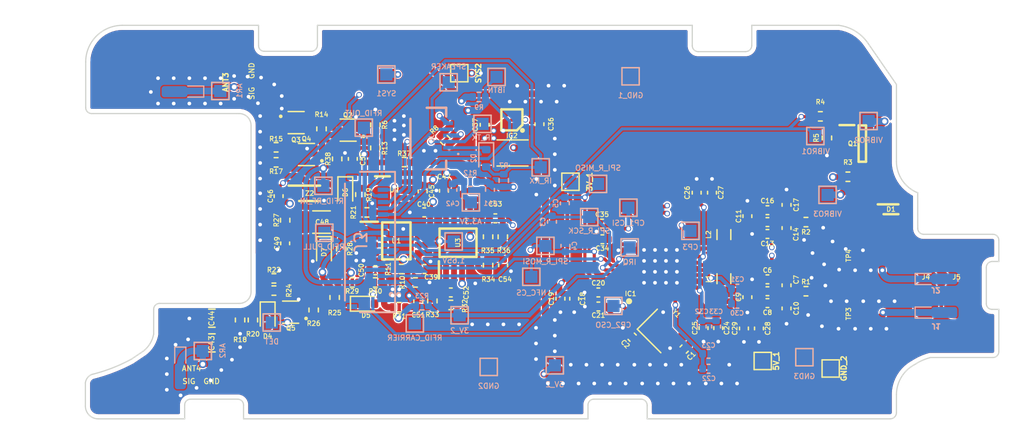
<source format=kicad_pcb>
(kicad_pcb (version 20240108) (generator "pcbnew") (generator_version "8.0")
  (layers (0 "F.Cu" signal) (1 "In1.Cu" power) (2 "In2.Cu" signal) (31 "B.Cu" signal) (34 "B.Paste" user) (35 "F.Paste" user) (36 "B.SilkS" user "B.Silkscreen") (37 "F.SilkS" user "F.Silkscreen") (38 "B.Mask" user) (39 "F.Mask" user) (44 "Edge.Cuts" user))
  (net 0 "")
  (net 1 "GND")
  (net 2 "Net-(IC1-XTI)")
  (net 3 "Net-(IC1-XTO)")
  (net 4 "/NFC/SPI_R_SCK")
  (net 5 "/NFC/SPI_R_MOSI")
  (net 6 "/NFC/SPI_R_MISO")
  (net 7 "/NFC/RFI_P")
  (net 8 "Net-(C10-Pad1)")
  (net 9 "Net-(C12-Pad1)")
  (net 10 "Net-(C11-Pad1)")
  (net 11 "/NFC/RFI_N")
  (net 12 "Net-(C14-Pad2)")
  (net 13 "+3.3V")
  (net 14 "Net-(IC1-VDD_D)")
  (net 15 "Net-(IC1-VDD_A)")
  (net 16 "+5V")
  (net 17 "Net-(IC1-VDD_DR)")
  (net 18 "Net-(IC1-VDD_AM)")
  (net 19 "Net-(IC1-AGDC)")
  (net 20 "SYS")
  (net 21 "Net-(U1B-+)")
  (net 22 "A+3.3V")
  (net 23 "Net-(J7-Pin_1)")
  (net 24 "/Peripheral/iBTN")
  (net 25 "/Peripheral/RFID_CARRIER")
  (net 26 "Net-(D6-A)")
  (net 27 "Net-(C48-Pad1)")
  (net 28 "Net-(U1A--)")
  (net 29 "Net-(C50-Pad2)")
  (net 30 "Net-(C51-Pad2)")
  (net 31 "Net-(U3A--)")
  (net 32 "Net-(C52-Pad2)")
  (net 33 "Net-(C53-Pad2)")
  (net 34 "Net-(U3B--)")
  (net 35 "Net-(C54-Pad2)")
  (net 36 "/Peripheral/RFID_RF_IN")
  (net 37 "Net-(D1-A)")
  (net 38 "Net-(D1-K)")
  (net 39 "/Peripheral/IR_RX")
  (net 40 "/RFID_iBTN/TSOP_RX")
  (net 41 "Net-(D4-A)")
  (net 42 "Net-(D5-K)")
  (net 43 "/NFC/NFC_IRQ")
  (net 45 "Net-(IC1-CSO)")
  (net 46 "/NFC/NFC_CS")
  (net 49 "Net-(IC1-RFO1)")
  (net 50 "/NFC/EXT_LM")
  (net 51 "Net-(IC1-CSI)")
  (net 52 "Net-(IC1-RFO2)")
  (net 53 "Net-(IC2-SW_1)")
  (net 54 "/NFC/NFC_ANT1")
  (net 55 "/NFC/NFC_ANT2")
  (net 56 "/RFID_iBTN/IR_TX")
  (net 57 "/Peripheral/RFID_PULL")
  (net 58 "Net-(J3-Pad10)")
  (net 59 "/RFID_iBTN/SPEAKER")
  (net 60 "/Peripheral/RFID_OUT")
  (net 61 "Net-(J6-Pad4)")
  (net 62 "Net-(J8-Pin_1)")
  (net 63 "Net-(Q1-G)")
  (net 64 "Net-(Q2-D)")
  (net 65 "Net-(Q2-G)")
  (net 66 "Net-(Q3-S)")
  (net 67 "Net-(Q4-D)")
  (net 68 "Net-(Q5-G)")
  (net 69 "Net-(Q5-D)")
  (net 70 "Net-(U2-+)")
  (net 71 "+1.65V")
  (footprint "Capacitor_SMD:C_0402_1005Metric" (layer "F.Cu") (at 99.0854 67.2846)
    (property "Reference" "C39")
    (property "Value" "1uF")
  )
  (footprint "Library:TestPoint_Pad_3.0x2.0mm_round_corner_no_silkscreen" (layer "F.Cu") (at 139.7508 69.7992 90)
    (property "Reference" "J4")
    (property "Value" "+")
  )
  (footprint "Resistor_SMD:R_0402_1005Metric" (layer "F.Cu") (at 98.3488 68.3768)
    (property "Reference" "R10")
    (property "Value" "33k")
  )
  (footprint "Capacitor_SMD:C_0805_2012Metric" (layer "F.Cu") (at 81.8388 73.2846 180)
    (property "Reference" "C43")
    (property "Value" "3.3nF")
  )
  (footprint "Capacitor_SMD:C_0402_1005Metric" (layer "F.Cu") (at 104.8284 63.1698)
    (property "Reference" "C53")
    (property "Value" "100pF")
  )
  (footprint "Inductor_SMD:L_0805_2012Metric" (layer "F.Cu") (at 123.3678 64.4906 90)
    (property "Reference" "L2")
    (property "Value" "270nH")
  )
  (footprint "Capacitor_SMD:C_0402_1005Metric" (layer "F.Cu") (at 126.8984 63.4746)
    (property "Reference" "C16")
    (property "Value" "100pF")
  )
  (footprint "SamacSys_Parts:QFN50P500X500X100-33N-D" (layer "F.Cu") (at 118.1746 67.0266 90)
    (property "Reference" "IC1")
    (property "Value" "ST25R3916-AQWT" (hide yes))
  )
  (footprint "Package_TO_SOT_SMD:SOT-523" (layer "F.Cu") (at 92.8878 56.007 180)
    (property "Reference" "Q2")
    (property "Value" "DMN2004TK-7")
  )
  (footprint "Capacitor_SMD:C_0402_1005Metric" (layer "F.Cu") (at 105.4608 66.9798 90)
    (property "Reference" "C54")
    (property "Value" "4.7nF")
  )
  (footprint "SamacSys_Parts:SOP65P490X110-8N" (layer "F.Cu") (at 101.8032 65.151 90)
    (property "Reference" "U3")
    (property "Value" "LMV358AIDGKR" (hide yes))
  )
  (footprint "SamacSys_Parts:SOT65P210X110-5N" (layer "F.Cu") (at 96.6216 60.8584)
    (property "Reference" "U2")
    (property "Value" "LMV331IDCKR" (hide yes))
  )
  (footprint "Resistor_SMD:R_0402_1005Metric" (layer "F.Cu") (at 93.8784 61.2394 -90)
    (property "Reference" "R19")
    (property "Value" "330k")
  )
  (footprint "Inductor_SMD:L_Murata_DFE201610P" (layer "F.Cu") (at 106.2228 57.8612)
    (property "Reference" "L3")
    (property "Value" "470nH")
  )
  (footprint "Capacitor_SMD:C_0402_1005Metric" (layer "F.Cu") (at 99.06 62.6872)
    (property "Reference" "C40")
    (property "Value" "100nF")
  )
  (footprint "Resistor_SMD:R_0402_1005Metric" (layer "F.Cu") (at 133.4262 59.7916)
    (property "Reference" "R3")
    (property "Value" "22")
  )
  (footprint "Capacitor_SMD:C_0402_1005Metric" (layer "F.Cu") (at 98.933 60.9854 -90)
    (property "Reference" "C45")
    (property "Value" "100nF")
  )
  (footprint "Capacitor_SMD:C_0402_1005Metric" (layer "F.Cu") (at 126.2126 72.1106 -90)
    (property "Reference" "C28")
    (property "Value" "10nF")
  )
  (footprint "Crystal:Crystal_SMD_2016-4Pin_2.0x1.6mm" (layer "F.Cu") (at 118.11 72.3138 -45)
    (property "Reference" "Y1")
    (property "Value" "CF4027M12010001")
  )
  (footprint "Library:TP_DP" (layer "F.Cu") (at 134.0104 66.198 90)
    (property "Reference" "TP4")
    (property "Value" "ANT2")
  )
  (footprint "Capacitor_SMD:C_0402_1005Metric" (layer "F.Cu") (at 87.7824 65.2018 -90)
    (property "Reference" "C49")
    (property "Value" "1nF")
  )
  (footprint "Resistor_SMD:R_0402_1005Metric" (layer "F.Cu") (at 95.0976 55.5752 90)
    (property "Reference" "R6")
    (property "Value" "10k")
  )
  (footprint "TestPoint:TestPoint_Pad_1.0x1.0mm" (layer "F.Cu") (at 101.9048 51.3842 90)
    (property "Reference" "TP24")
    (property "Value" "SYS2")
  )
  (footprint "Capacitor_SMD:C_0402_1005Metric" (layer "F.Cu") (at 111.2266 69.6976 -90)
    (property "Reference" "C18")
    (property "Value" "10nF")
  )
  (footprint "Resistor_SMD:R_0402_1005Metric" (layer "F.Cu") (at 85.1662 71.4248 -90)
    (property "Reference" "R20")
    (property "Value" "0")
  )
  (footprint "Package_TO_SOT_SMD:SOT-523" (layer "F.Cu") (at 88.2242 70.7898 180)
    (property "Reference" "Q5")
    (property "Value" "DMN5L06TK-7")
  )
  (footprint "Resistor_SMD:R_0402_1005Metric" (layer "F.Cu") (at 92.329 65.659 90)
    (property "Reference" "R28")
    (property "Value" "1M")
  )
  (footprint "Resistor_SMD:R_0402_1005Metric" (layer "F.Cu") (at 97.028 70.3834 180)
    (property "Reference" "R31")
    (property "Value" "1k")
  )
  (footprint "Resistor_SMD:R_0402_1005Metric" (layer "F.Cu") (at 99.7204 69.8754 -90)
    (property "Reference" "R33")
    (property "Value" "10k")
  )
  (footprint "SamacSys_Parts:SOP65P490X110-8N" (layer "F.Cu") (at 96.7994 64.9986)
    (property "Reference" "U1")
    (property "Value" "LMV358AIDGKR" (hide yes))
  )
  (footprint "Capacitor_SMD:C_0402_1005Metric" (layer "F.Cu") (at 113.51 64.8716 180)
    (property "Reference" "C34")
    (property "Value" "10nF")
  )
  (footprint "SamacSys_Parts:SOT95P280X125-3N" (layer "F.Cu") (at 134.5946 57.0992)
    (property "Reference" "Q1")
    (property "Value" "AO3400A" (hide yes))
  )
  (footprint "Capacitor_SMD:C_0402_1005Metric" (layer "F.Cu") (at 128.4478 63.9572 90)
    (property "Reference" "C14")
    (property "Value" "10pF")
  )
  (footprint "Resistor_SMD:R_0402_1005Metric" (layer "F.Cu") (at 131.191 54.8894)
    (property "Reference" "R4")
    (property "Value" "150")
  )
  (footprint "Library:TestPoint_Pad_3.0x2.0mm_round_corner_no_silkscreen" (layer "F.Cu") (at 142.24 69.7992 90)
    (property "Reference" "J5")
    (property "Value" "-")
  )
  (footprint "Capacitor_SMD:C_0402_1005Metric" (layer "F.Cu") (at 103.9622 55.5752 90)
    (property "Reference" "C37")
    (property "Value" "10uF")
  )
  (footprint "Resistor_SMD:R_0402_1005Metric" (layer "F.Cu") (at 100.7618 56.8198 -45)
    (property "Reference" "R8")
    (property "Value" "51")
  )
  (footprint "Capacitor_SMD:C_0402_1005Metric" (layer "F.Cu") (at 125.2728 69.5706 -90)
    (property "Reference" "C9")
    (property "Value" "680pF")
  )
  (footprint "Capacitor_SMD:C_0402_1005Metric" (layer "F.Cu") (at 121.158 61.087 90)
    (property "Reference" "C26")
    (property "Value" "10nF")
  )
  (footprint "Capacitor_SMD:C_0402_1005Metric" (layer "F.Cu") (at 93.2688 58.3438 -90)
    (property "Reference" "C55")
    (property "Value" "100pF")
  )
  (footprint "Capacitor_SMD:C_0402_1005Metric" (layer "F.Cu") (at 126.8984 68.1228 180)
    (property "Reference" "C6")
    (property "Value" "100pF")
  )
  (footprint "Resistor_SMD:R_0402_1005Metric" (layer "F.Cu") (at 86.868 68.0466)
    (property "Reference" "R22")
    (property "Value" "330k")
  )
  (footprint "Resistor_SMD:R_0402_1005Metric" (layer "F.Cu") (at 87.7824 63.3222 -90)
    (property "Reference" "R27")
    (property "Value" "5.1k")
  )
  (footprint "Resistor_SMD:R_0402_1005Metric" (layer "F.Cu") (at 105.4354 64.6684 -90)
    (property "Reference" "R36")
    (property "Value" "10k")
  )
  (footprint "Library:TP_DP" (layer "F.Cu") (at 134.0104 70.9224 90)
    (property "Reference" "TP3")
    (property "Value" "ANT1")
  )
  (footprint "Resistor_SMD:R_0402_1005Metric" (layer "F.Cu") (at 95.0976 57.4548 90)
    (property "Reference" "R13")
    (property "Value" "51")
  )
  (footprint "Diode_SMD:D_SOD-523" (layer "F.Cu") (at 86.36 71.2216 -90)
    (property "Reference" "D4")
    (property "Value" "1N4148WT")
  )
  (footprint "Resistor_SMD:R_0402_1005Metric" (layer "F.Cu") (at 87.0458 57.404 180)
    (property "Reference" "R15")
    (property "Value" "4.7")
  )
  (footprint "Capacitor_SMD:C_0402_1005Metric" (layer "F.Cu") (at 121.7168 72.0852 -90)
    (property "Reference" "C25")
    (property "Value" "2.2uF")
  )
  (footprint "Capacitor_SMD:C_0402_1005Metric" (layer "F.Cu") (at 125.2728 62.992 90)
    (property "Reference" "C11")
    (property "Value" "680pF")
  )
  (footprint "Resistor_SMD:R_0402_1005Metric" (layer "F.Cu") (at 104.2416 64.6684 -90)
    (property "Reference" "R35")
    (property "Value" "1k")
  )
  (footprint "Capacitor_SMD:C_0402_1005Metric" (layer "F.Cu") (at 87.249 61.3664 90)
    (property "Reference" "C46")
    (property "Value" "10nF")
  )
  (footprint "Capacitor_SMD:C_0402_1005Metric" (layer "F.Cu") (at 128.4478 68.6054 -90)
    (property "Reference" "C7")
    (property "Value" "10pF")
  )
  (footprint "Capacitor_SMD:C_0402_1005Metric" (layer "F.Cu") (at 101.219 69.1896 180)
    (property "Reference" "C52")
    (property "Value" "100pF")
  )
  (footprint "Diode_SMD:D_SOD-523" (layer "F.Cu") (at 92.6592 61.0616 -90)
    (property "Reference" "D6")
    (property "Value" "1N4148WT")
  )
  (footprint "Capacitor_SMD:C_0805_2012Metric" (layer "F.Cu") (at 81.8388 71.278 180)
    (property "Reference" "C44")
    (property "Value" "C")
  )
  (footprint "Capacitor_SMD:C_0402_1005Metric" (layer "F.Cu") (at 126.8984 69.088)
    (property "Reference" "C8")
    (property "Value" "100pF")
  )
  (footprint "Capacitor_SMD:C_0402_1005Metric" (layer "F.Cu") (at 113.1824 69.1896 180)
    (property "Reference" "C20")
    (property "Value" "10nF")
  )
  (footprint "SamacSys_Parts:SODFL1608X70N" (layer "F.Cu") (at 136.9188 62.4332)
    (property "Reference" "D1")
    (property "Value" "1N4148X-TP" (hide yes))
  )
  (footprint "Capacitor_SMD:C_0402_1005Metric" (layer "F.Cu") (at 120.142 73.787 45)
    (property "Reference" "C1")
    (property "Value" "6pF")
  )
  (footprint "Capacitor_SMD:C_0402_1005Metric" (layer "F.Cu") (at 124.9934 72.1106 -90)
    (property "Reference" "C29")
    (property "Value" "2.2uF")
  )
  (footprint "Capacitor_SMD:C_0402_1005Metric" (layer "F.Cu") (at 126.8984 64.4398 180)
    (property "Reference" "C13")
    (property "Value" "100pF")
  )
  (footprint "Resistor_SMD:R_0402_1005Metric" (layer "F.Cu") (at 94.4118 62.6872)
    (property "Reference" "R21")
    (property "Value" "R")
  )
  (footprint "Resistor_SMD:R_0402_1005Metric" (layer "F.Cu") (at 84.1248 71.4248 -90)
    (property "Reference" "R18")
    (property "Value" "R")
  )
  (footprint "Resistor_SMD:R_0402_1005Metric" (layer "F.Cu") (at 101.219 70.2056 180)
    (property "Reference" "R32")
    (property "Value" "1k")
  )
  (footprint "Resistor_SMD:R_0402_1005Metric" (layer "F.Cu") (at 97.2058 67.2846)
    (property "Reference" "R11")
    (property "Value" "33k")
  )
  (footprint "Resistor_SMD:R_0402_1005Metric" (layer "F.Cu") (at 91.9988 58.3438 90)
    (property "Reference" "R38")
    (property "Value" "20k")
  )
  (footprint "Resistor_SMD:R_0402_1005Metric" (layer "F.Cu") (at 93.218 68.3768 180)
    (property "Reference" "R29")
    (property "Value" "1k")
  )
  (footprint "TestPoint:TestPoint_Pad_1.0x1.0mm" (layer "F.Cu") (at 126.5174 74.7522 90)
    (property "Reference" "TP25")
    (property "Value" "5V_1")
  )
  (footprint "SamacSys_Parts:SOD2512X115N" (layer "F.Cu") (at 89.7636 61.1378)
    (property "Reference" "Z2")
    (property "Value" "BZT52C33S-TP" (hide yes))
  )
  (footprint "Capacitor_SMD:C_0402_1005Metric" (layer "F.Cu") (at 113.185 70.3326 180)
    (property "Reference" "C21")
    (property "Value" "2.2uF")
  )
  (footprint "Capacitor_SMD:C_0402_1005Metric" (layer "F.Cu") (at 128.4478 62.0776 -90)
    (property "Reference" "C17")
    (property "Value" "62pF")
  )
  (footprint "Capacitor_SMD:C_0402_1005Metric" (layer "F.Cu") (at 122.4026 61.087 90)
    (property "Reference" "C27")
    (property "Value" "2.2uF")
  )
  (footprint "Resistor_SMD:R_0402_1005Metric" (layer "F.Cu") (at 104.2416 66.9798 -90)
    (property "Reference" "R34")
    (property "Value" "1k")
  )
  (footprint "Capacitor_SMD:C_0402_1005Metric" (layer "F.Cu") (at 126.8984 62.5094)
    (property "Reference" "C15" (hide yes))
    (property "Value" "C")
  )
  (footprint "Library:TP_DP" (layer "F.Cu") (at 84.4296 52.1462 90)
    (property "Reference" "TP37")
    (property "Value" "ANT3")
  )
  (footprint "Resistor_SMD:R_0402_1005Metric" (layer "F.Cu") (at 87.0458 58.6232)
    (property "Reference" "R17")
    (property "Value" "4.7")
  )
  (footprint "TestPoint:TestPoint_Pad_1.0x1.0mm" (layer "F.Cu") (at 132.0292 75.3618 90)
    (property "Reference" "TP30")
    (property "Value" "GND_2")
  )
  (footprint "Resistor_SMD:R_0402_1005Metric" (layer "F.Cu") (at 131.7244 56.642 -90)
    (property "Reference" "R5")
    (property "Value" "10k")
  )
  (footprint "Resistor_SMD:R_0402_1005Metric" (layer "F.Cu") (at 130.0226 63.4746)
    (property "Reference" "R2")
    (property "Value" "0Ω")
  )
  (footprint "Inductor_SMD:L_0805_2012Metric" (layer "F.Cu") (at 123.3678 68.072 -90)
    (property "Reference" "L1")
    (property "Value" "270nH")
  )
  (footprint "Capacitor_SMD:C_1206_3216Metric" (layer "F.Cu") (at 90.7288 63.4746)
    (property "Reference" "C48")
    (property "Value" "220nF")
  )
  (footprint "Capacitor_SMD:C_0402_1005Metric" (layer "F.Cu") (at 100.6602 60.9346 -90)
    (property "Reference" "C47")
    (property "Value" "100nF")
  )
  (footprint "Capacitor_SMD:C_0402_1005Metric" (layer "F.Cu") (at 108.4072 55.5244 90)
    (property "Reference" "C36")
    (property "Value" "22uF")
  )
  (footprint "Resistor_SMD:R_0402_1005Metric" (layer "F.Cu") (at 86.868 69.0372 180)
    (property "Reference" "R24")
    (property "Value" "330")
  )
  (footprint "Resistor_SMD:R_0402_1005Metric" (layer "F.Cu") (at 90.7288 55.9054 -90)
    (property "Reference" "R14")
    (property "Value" "510")
  )
  (footprint "Capacitor_SMD:C_0402_1005Metric" (layer "F.Cu") (at 113.4846 63.6016 180)
    (property "Reference" "C35")
    (property "Value" "2.2uF")
  )
  (footprint "Capacitor_SMD:C_0402_1005Metric" (layer "F.Cu") (at 128.4478 70.485 -90)
    (property "Reference" "C10")
    (property "Value" "62pF")
  )
  (footprint "TestPoint:TestPoint_Pad_1.0x1.0mm" (layer "F.Cu") (at 110.9218 60.198 90)
    (property "Reference" "TP27")
    (property "Value" "3V_1")
  )
  (footprint "Capacitor_SMD:C_0402_1005Metric" (layer "F.Cu") (at 126.8984 70.0532)
    (property "Reference" "C12" (hide yes))
    (property "Value" "C")
  )
  (footprint "Diode_SMD:D_SOD-523" (layer "F.Cu") (at 90.932 65.913 -90)
    (property "Reference" "D7")
    (property "Value" "1N4148WT")
  )
  (footprint "Diode_SMD:D_SOD-523" (layer "F.Cu") (at 94.3356 70.104)
    (property "Reference" "D5")
    (property "Value" "1N4148WT")
  )
  (footprint "Resistor_SMD:R_0402_1005Metric" (layer "F.Cu") (at 90.0938 70.612 -90)
    (property "Reference" "R26")
    (property "Value" "220")
  )
  (footprint "Package_TO_SOT_SMD:SOT-523" (layer "F.Cu") (at 88.6714 55.3974)
    (property "Reference" "Q3")
    (property "Value" "DMP2004TK-7")
  )
  (footprint "Capacitor_SMD:C_0402_1005Metric" (layer "F.Cu") (at 115.9256 72.8218 -45)
    (property "Reference" "C2")
    (property "Value" "6pF")
  )
  (footprint "Library:TP_DP" (layer "F.Cu") (at 80.8482 75.9008)
    (property "Reference" "TP38")
    (property "Value" "ANT4")
  )
  (footprint "Capacitor_SMD:C_0402_1005Metric" (layer "F.Cu") (at 98.5774 69.9008 -90)
    (property "Reference" "C51")
    (property "Value" "4.7nF")
  )
  (footprint "SamacSys_Parts:BGA9C40P3X3_122X122X62" (layer "F.Cu") (at 106.172 55.1752 180)
    (property "Reference" "IC2")
    (property "Value" "FAN48610UC50X" (hide yes))
  )
  (footprint "Resistor_SMD:R_0402_1005Metric" (layer "F.Cu") (at 97.4344 58.5978 180)
    (property "Reference" "R37")
    (property "Value" "33k")
  )
  (footprint "Resistor_SMD:R_0402_1005Metric" (layer "F.Cu") (at 91.7956 69.596 -90)
    (property "Reference" "R25")
    (property "Value" "220")
  )
  (footprint "Resistor_SMD:R_0402_1005Metric" (layer "F.Cu") (at 130.0226 69.088)
    (property "Reference" "R1")
    (property "Value" "0Ω")
  )
  (footprint "Capacitor_SMD:C_0402_1005Metric" (layer "F.Cu") (at 95.0976 67.3862)
    (property "Reference" "C50")
    (property "Value" "C")
  )
  (footprint "Capacitor_SMD:C_0402_1005Metric" (layer "F.Cu") (at 110.109 69.6976 -90)
    (property "Reference" "C19")
    (property "Value" "2.2uF")
  )
  (footprint "Package_TO_SOT_SMD:SOT-523" (layer "F.Cu") (at 89.5096 57.9882 180)
    (property "Reference" "Q4")
    (property "Value" "DMN2004TK-7")
  )
  (footprint "Resistor_SMD:R_0402_1005Metric" (layer "F.Cu") (at 95.0976 68.3768 180)
    (property "Reference" "R30")
    (property "Value" "4.7k")
  )
  (footprint "Capacitor_SMD:C_0402_1005Metric" (layer "F.Cu") (at 122.9106 72.0852 -90)
    (property "Reference" "C24")
    (property "Value" "10nF")
  )
  (footprint "TestPoint:TestPoint_Pad_1.0x1.0mm" (layer "B.Cu") (at 107.7468 67.9196 180)
    (property "Reference" "TP16")
    (property "Value" "NFC_CS")
  )
  (footprint "TestPoint:TestPoint_Pad_1.0x1.0mm" (layer "B.Cu") (at 114.4016 70.2818 180)
    (property "Reference" "TP2")
    (property "Value" "CP2_CSO")
  )
  (footprint "TestPoint:TestPoint_Pad_1.0x1.0mm" (layer "B.Cu") (at 101.0412 52.1208 180)
    (property "Reference" "TP8")
    (property "Value" "SPEAKER")
  )
  (footprint "TestPoint:TestPoint_Pad_1.0x1.0mm" (layer "B.Cu") (at 101.4476 65.0494 180)
    (property "Reference" "TP33")
    (property "Value" "1.65V")
  )
  (footprint "TestPoint:TestPoint_Pad_1.0x1.0mm" (layer "B.Cu") (at 135.1026 55.2704 180)
    (property "Reference" "TP22")
    (property "Value" "VIBRO2")
  )
  (footprint "TestPoint:TestPoint_Pad_1.0x1.0mm" (layer "B.Cu") (at 108.8898 65.405 180)
    (property "Reference" "TP10")
    (property "Value" "SPI_R_MOSI")
  )
  (footprint "Capacitor_SMD:C_0402_1005Metric" (layer "B.Cu") (at 104.394 60.8584 -90)
    (property "Reference" "C41")
    (property "Value" "1uF")
  )
  (footprint "Resistor_SMD:R_0402_1005Metric" (layer "B.Cu") (at 102.7938 60.198 180)
    (property "Reference" "R12")
    (property "Value" "10")
  )
  (footprint "TestPoint:TestPoint_Pad_1.0x1.0mm" (layer "B.Cu") (at 109.6518 75.1078 180)
    (property "Reference" "TP26")
    (property "Value" "5V_2")
  )
  (footprint "Library:CONN18x1_FH34SRJ-18S-0.5SH50_HIR" (layer "B.Cu") (at 94.662193 65.097599 90)
    (property "Reference" "J3")
    (property "Value" "HC-FPC-05-09-18RLTAG")
  )
  (footprint "Capacitor_SMD:C_0402_1005Metric" (layer "B.Cu") (at 110.4646 61.9506 -90)
    (property "Reference" "C5")
    (property "Value" "C")
  )
  (footprint "Capacitor_SMD:C_0402_1005Metric" (layer "B.Cu") (at 122.1232 75.3872)
    (property "Reference" "C22")
    (property "Value" "10nF")
  )
  (footprint "TestPoint:TestPoint_Pad_1.0x1.0mm" (layer "B.Cu") (at 95.9866 51.4858 180)
    (property "Reference" "TP23")
    (property "Value" "SYS1")
  )
  (footprint "TestPoint:TestPoint_Pad_1.0x1.0mm" (layer "B.Cu") (at 90.8812 60.5282 180)
    (property "Reference" "TP15")
    (property "Value" "RFID_RF_IN")
  )
  (footprint "TestPoint:TestPoint_Pad_1.0x1.0mm" (layer "B.Cu") (at 81.1022 73.9394 -90)
    (property "Reference" "TP36")
    (property "Value" "AR2")
  )
  (footprint "Capacitor_SMD:C_0402_1005Metric" (layer "B.Cu") (at 124.46 68.8848)
    (property "Reference" "C31")
    (property "Value" "2.2uF")
  )
  (footprint "TestPoint:TestPoint_Pad_1.0x1.0mm" (layer "B.Cu") (at 82.5246 52.832 -90)
    (property "Reference" "TP35")
    (property "Value" "AR1")
  )
  (footprint "TestPoint:TestPoint_Pad_1.0x1.0mm" (layer "B.Cu") (at 101.9302 71.0438 180)
    (property "Reference" "TP28")
    (property "Value" "3V_2")
  )
  (footprint "TestPoint:TestPoint_Pad_1.0x1.0mm" (layer "B.Cu") (at 113.157 60.3758 180)
    (property "Reference" "TP13")
    (property "Value" "SPI_R_MISO")
  )
  (footprint "Capacitor_SMD:C_0402_1005Metric" (layer "B.Cu") (at 122.1232 74.168)
    (property "Reference" "C23")
    (property "Value" "2.2uF")
  )
  (footprint "Capacitor_SMD:C_0402_1005Metric" (layer "B.Cu") (at 124.4626 70.104)
    (property "Reference" "C30")
    (property "Value" "10nF")
  )
  (footprint "TestPoint:TestPoint_Pad_1.0x1.0mm" (layer "B.Cu") (at 115.7986 51.6382 180)
    (property "Reference" "TP29")
    (property "Value" "GND_1")
  )
  (footprint "TestPoint:TestPoint_Pad_1.0x1.0mm" (layer "B.Cu") (at 112.4458 63.0682 180)
    (property "Reference" "TP14")
    (property "Value" "SPI_R_SCK")
  )
  (footprint "Capacitor_SMD:C_0402_1005Metric" (layer "B.Cu") (at 110.5154 65.405 90)
    (property "Reference" "C4")
    (property "Value" "C")
  )
  (footprint "Library:SMD_L3.4-W0.9" (layer "B.Cu") (at 140.5786 68.0394)
    (property "Reference" "J2")
    (property "Value" "BW0033AG-L3.4W0.9H1.8")
  )
  (footprint "TestPoint:TestPoint_Pad_1.0x1.0mm" (layer "B.Cu") (at 104.2924 75.2348 180)
    (property "Reference" "TP19")
    (property "Value" "GND2")
  )
  (footprint "Resistor_SMD:R_0402_1005Metric" (layer "B.Cu") (at 98.8842 70.231)
    (property "Reference" "R23")
    (property "Value" "10k")
  )
  (footprint "Resistor_SMD:R_0402_1005Metric" (layer "B.Cu") (at 103.505 53.3146)
    (property "Reference" "R9")
    (property "Value" "47k")
  )
  (footprint "TestPoint:TestPoint_Pad_1.0x1.0mm" (layer "B.Cu") (at 86.6902 71.628 180)
    (property "Reference" "TP39")
    (property "Value" "DET")
  )
  (footprint "Library:SMD_L3.4-W0.9" (layer "B.Cu") (at 79.4766 52.9336 180)
    (property "Reference" "J8")
    (property "Value" "BW0033AG-L3.4W0.9H1.8")
  )
  (footprint "Resistor_SMD:R_0402_1005Metric" (layer "B.Cu") (at 105.5116 60.0964 90)
    (property "Reference" "R7")
    (property "Value" "10k")
  )
  (footprint "TestPoint:TestPoint_Pad_1.0x1.0mm" (layer "B.Cu") (at 129.8956 74.4474 180)
    (property "Reference" "TP20")
    (property "Value" "GND3")
  )
  (footprint "TestPoint:TestPoint_Pad_1.0x1.0mm" (layer "B.Cu") (at 115.6208 62.3062 180)
    (property "Reference" "TP1")
    (property "Value" "CP1_CSI")
  )
  (footprint "TestPoint:TestPoint_Pad_1.0x1.0mm" (layer "B.Cu") (at 103.7844 55.499 180)
    (property "Reference" "TP7")
    (property "Value" "IR_TX")
  )
  (footprint "TestPoint:TestPoint_Pad_1.0x1.0mm" (layer "B.Cu") (at 102.8446 61.8744 180)
    (property "Reference" "TP34")
    (property "Value" "A3.3V")
  )
  (footprint "Library:SMD_L3.4-W0.9" (layer "B.Cu") (at 140.5794 70.7652)
    (property "Reference" "J1")
    (property "Value" "BW0033AG-L3.4W0.9H1.8")
  )
  (footprint "TestPoint:TestPoint_Pad_1.0x1.0mm" (layer "B.Cu") (at 90.9574 64.3382 180)
    (property "Reference" "TP12")
    (property "Value" "RFID_PULL")
  )
  (footprint "Capacitor_SMD:C_0402_1005Metric" (layer "B.Cu") (at 122.7328 71.9582 -90)
    (property "Reference" "C33")
    (property "Value" "2.2uF")
  )
  (footprint "Capacitor_SMD:C_0402_1005Metric" (layer "B.Cu") (at 101.346 60.8584 -90)
    (property "Reference" "C42")
    (property "Value" "1uF")
  )
  (footprint "TestPoint:TestPoint_Pad_1.0x1.0mm" (layer "B.Cu") (at 98.298 71.7042 180)
    (property "Reference" "TP18")
    (property "Value" "RFID_CARRIER")
  )
  (footprint "Capacitor_SMD:C_0402_1005Metric" (layer "B.Cu") (at 109.4232 63.4492 -90)
    (property "Reference" "C3")
    (property "Value" "C")
  )
  (footprint "TestPoint:TestPoint_Pad_1.0x1.0mm" (layer "B.Cu") (at 115.7224 65.532 180)
    (property "Reference" "TP40")
    (property "Value" "IRQ")
  )
  (footprint "TestPoint:TestPoint_Pad_1.0x1.0mm" (layer "B.Cu") (at 94.1578 55.8038 180)
    (property "Reference" "TP11")
    (property "Value" "RFID_OUT")
  )
  (footprint "TestPoint:TestPoint_Pad_1.0x1.0mm" (layer "B.Cu") (at 131.7752 61.2648 180)
    (property "Reference" "TP21")
    (property "Value" "VIBRO3")
  )
  (footprint "TestPoint:TestPoint_Pad_1.0x1.0mm" (layer "B.Cu") (at 108.5088 59.0296 180)
    (property "Reference" "TP6")
    (property "Value" "IR_RX")
  )
  (footprint "TestPoint:TestPoint_Pad_1.0x1.0mm" (layer "B.Cu") (at 120.65 64.1858 180)
    (property "Reference" "TP5")
    (property "Value" "CP3")
  )
  (footprint "Library:SMD_L3.4-W0.9" (layer "B.Cu") (at 79.3314 75.326 -90)
    (property "Reference" "J7")
    (property "Value" "BW0033AG-L3.4W0.9H1.8")
  )
  (footprint "SamacSys_Parts:AFH34S06FIA1H" (layer "B.Cu") (at 99.4664 56.6928 90)
    (property "Reference" "J6")
    (property "Value" "AFH34-S06FIA-1H" (hide yes))
  )
  (footprint "TestPoint:TestPoint_Pad_1.0x1.0mm" (layer "B.Cu") (at 130.7846 56.4896 180)
    (property "Reference" "TP17")
    (property "Value" "VIBRO1")
  )
  (footprint "Capacitor_SMD:C_0402_1005Metric" (layer "B.Cu") (at 121.5644 71.9582 -90)
    (property "Reference" "C32")
    (property "Value" "10nF")
  )
  (footprint "TestPoint:TestPoint_Pad_1.0x1.0mm" (layer "B.Cu") (at 104.9274 51.689 180)
    (property "Reference" "TP9")
    (property "Value" "iBTN")
  )
  (footprint "Diode_SMD:D_SOD-523" (layer "B.Cu") (at 104.0892 58.293 -90)
    (property "Reference" "D2")
    (property "Value" "1N4148WT")
  )
  (gr_line (start 71.6026 50.4698) (end 71.6026 54.1782) (stroke (width 0.1)) (layer "Edge.Cuts"))
  (gr_arc (start 125.6284 49.1236) (mid 125.47961 49.48281) (end 125.1204 49.6316) (stroke (width 0.1)) (layer "Edge.Cuts"))
  (gr_line (start 112.3442 79.4512) (end 84.4042 79.4512) (stroke (width 0.1)) (layer "Edge.Cuts"))
  (gr_arc (start 145.1102 70.5612) (mid 144.786911 70.427289) (end 144.653 70.104) (stroke (width 0.1)) (layer "Edge.Cuts"))
  (gr_line (start 75.29088 74.616762) (end 76.266851 73.960207) (stroke (width 0.1)) (layer "Edge.Cuts"))
  (gr_arc (start 137.3632 78.9432) (mid 137.21441 79.30241) (end 136.8552 79.4512) (stroke (width 0.1)) (layer "Edge.Cuts"))
  (gr_line (start 89.8906 49.6062) (end 86.0806 49.6062) (stroke (width 0.1)) (layer "Edge.Cuts"))
  (gr_line (start 137.3632 52.2986) (end 137.3632 58.547) (stroke (width 0.1)) (layer "Edge.Cuts"))
  (gr_arc (start 144.653 67.1576) (mid 144.79435 66.81635) (end 145.1356 66.675) (stroke (width 0.1)) (layer "Edge.Cuts"))
  (gr_line (start 135.058837 48.958208) (end 137.3632 52.2986) (stroke (width 0.1)) (layer "Edge.Cuts"))
  (gr_line (start 112.3442 78.3336) (end 112.3442 79.4512) (stroke (width 0.1)) (layer "Edge.Cuts"))
  (gr_line (start 125.6284 47.498) (end 125.6284 49.1236) (stroke (width 0.1)) (layer "Edge.Cuts"))
  (gr_line (start 125.1204 49.6316) (end 121.285 49.6316) (stroke (width 0.1)) (layer "Edge.Cuts"))
  (gr_line (start 79.629 78.3336) (end 79.629 79.4512) (stroke (width 0.1)) (layer "Edge.Cuts"))
  (gr_line (start 77.1144 70.5612) (end 77.1144 72.5678) (stroke (width 0.1)) (layer "Edge.Cuts"))
  (gr_arc (start 138.830308 75.051784) (mid 139.445708 74.712735) (end 140.107321 74.476218) (stroke (width 0.1)) (layer "Edge.Cuts"))
  (gr_line (start 145.669 66.675) (end 145.1356 66.675) (stroke (width 0.1)) (layer "Edge.Cuts"))
  (gr_arc (start 72.6186 79.4512) (mid 71.882219 79.146181) (end 71.5772 78.4098) (stroke (width 0.1)) (layer "Edge.Cuts"))
  (gr_line (start 120.8024 47.498) (end 120.8024 49.149) (stroke (width 0.1)) (layer "Edge.Cuts"))
  (gr_arc (start 116.6368 77.850366) (mid 117.005329 78.008437) (end 117.144799 78.3844) (stroke (width 0.1)) (layer "Edge.Cuts"))
  (gr_arc (start 86.0806 49.6062) (mid 85.757311 49.472289) (end 85.6234 49.149) (stroke (width 0.1)) (layer "Edge.Cuts"))
  (gr_line (start 145.669 66.675) (end 145.669 64.9478) (stroke (width 0.1)) (layer "Edge.Cuts"))
  (gr_line (start 85.6234 47.498) (end 74.5744 47.498) (stroke (width 0.1)) (layer "Edge.Cuts"))
  (gr_line (start 139.573 64.4652) (end 145.1864 64.4652) (stroke (width 0.1)) (layer "Edge.Cuts"))
  (gr_line (start 125.6284 47.498) (end 132.6896 47.498) (stroke (width 0.1)) (layer "Edge.Cuts"))
  (gr_line (start 90.3986 47.498) (end 90.3986 49.0982) (stroke (width 0.1)) (layer "Edge.Cuts"))
  (gr_line (start 137.3632 77.4954) (end 137.3632 78.9432) (stroke (width 0.1)) (layer "Edge.Cuts"))
  (gr_arc (start 85.0138 69.1388) (mid 84.738539 69.803339) (end 84.074 70.0786) (stroke (width 0.1)) (layer "Edge.Cuts"))
  (gr_arc (start 71.5772 76.5302) (mid 71.751669 76.109916) (end 72.118934 75.841225) (stroke (width 0.1)) (layer "Edge.Cuts"))
  (gr_line (start 79.629 79.4512) (end 72.6186 79.4512) (stroke (width 0.1)) (layer "Edge.Cuts"))
  (gr_line (start 83.9216 77.851) (end 80.1116 77.851) (stroke (width 0.1)) (layer "Edge.Cuts"))
  (gr_line (start 145.669 70.5612) (end 145.669 73.9902) (stroke (width 0.1)) (layer "Edge.Cuts"))
  (gr_line (start 84.4042 79.4512) (end 84.4042 78.3336) (stroke (width 0.1)) (layer "Edge.Cuts"))
  (gr_arc (start 139.087601 61.093997) (mid 137.834846 60.084917) (end 137.3632 58.547) (stroke (width 0.1)) (layer "Edge.Cuts"))
  (gr_arc (start 72.0852 54.6608) (mid 71.74395 54.51945) (end 71.6026 54.1782) (stroke (width 0.1)) (layer "Edge.Cuts"))
  (gr_line (start 145.1864 74.4728) (end 140.1064 74.4728) (stroke (width 0.1)) (layer "Edge.Cuts"))
  (gr_line (start 90.3986 47.498) (end 120.8024 47.498) (stroke (width 0.1)) (layer "Edge.Cuts"))
  (gr_line (start 77.597 70.0786) (end 84.074 70.0786) (stroke (width 0.1)) (layer "Edge.Cuts"))
  (gr_line (start 85.6234 49.149) (end 85.6234 47.498) (stroke (width 0.1)) (layer "Edge.Cuts"))
  (gr_line (start 71.5772 76.5302) (end 71.5772 78.4098) (stroke (width 0.1)) (layer "Edge.Cuts"))
  (gr_arc (start 112.3442 78.3336) (mid 112.48555 77.99235) (end 112.8268 77.851) (stroke (width 0.1)) (layer "Edge.Cuts"))
  (gr_arc (start 71.6026 50.4698) (mid 72.47302 48.36842) (end 74.5744 47.498) (stroke (width 0.1)) (layer "Edge.Cuts"))
  (gr_arc (start 139.573 64.4652) (mid 139.23175 64.32385) (end 139.0904 63.9826) (stroke (width 0.1)) (layer "Edge.Cuts"))
  (gr_line (start 144.653 67.1576) (end 144.653 70.104) (stroke (width 0.1)) (layer "Edge.Cuts"))
  (gr_arc (start 77.1144 72.5678) (mid 76.819808 73.342636) (end 76.266851 73.960207) (stroke (width 0.1)) (layer "Edge.Cuts"))
  (gr_arc (start 121.285 49.6316) (mid 120.94375 49.49025) (end 120.8024 49.149) (stroke (width 0.1)) (layer "Edge.Cuts"))
  (gr_arc (start 75.29088 74.616762) (mid 73.743232 75.328274) (end 72.118934 75.841224) (stroke (width 0.1)) (layer "Edge.Cuts"))
  (gr_arc (start 132.6896 47.498001) (mid 134.031457 47.972979) (end 135.058837 48.958208) (stroke (width 0.1)) (layer "Edge.Cuts"))
  (gr_line (start 117.1448 79.4512) (end 117.144799 78.3844) (stroke (width 0.1)) (layer "Edge.Cuts"))
  (gr_arc (start 137.3632 77.4954) (mid 137.758147 76.070297) (end 138.830308 75.051783) (stroke (width 0.1)) (layer "Edge.Cuts"))
  (gr_arc (start 77.1144 70.5612) (mid 77.25575 70.21995) (end 77.597 70.0786) (stroke (width 0.1)) (layer "Edge.Cuts"))
  (gr_arc (start 145.669 73.9902) (mid 145.52765 74.33145) (end 145.1864 74.4728) (stroke (width 0.1)) (layer "Edge.Cuts"))
  (gr_arc (start 90.3986 49.0982) (mid 90.24981 49.45741) (end 89.8906 49.6062) (stroke (width 0.1)) (layer "Edge.Cuts"))
  (gr_line (start 145.1102 70.5612) (end 145.669 70.5612) (stroke (width 0.1)) (layer "Edge.Cuts"))
  (gr_arc (start 79.629 78.3336) (mid 79.77035 77.99235) (end 80.1116 77.851) (stroke (width 0.1)) (layer "Edge.Cuts"))
  (gr_arc (start 84.0486 54.6608) (mid 84.731099 54.943501) (end 85.0138 55.626) (stroke (width 0.1)) (layer "Edge.Cuts"))
  (gr_line (start 136.8552 79.4512) (end 117.1448 79.4512) (stroke (width 0.1)) (layer "Edge.Cuts"))
  (gr_arc (start 145.1864 64.4652) (mid 145.52765 64.60655) (end 145.669 64.9478) (stroke (width 0.1)) (layer "Edge.Cuts"))
  (gr_line (start 72.0852 54.6608) (end 84.0486 54.6608) (stroke (width 0.1)) (layer "Edge.Cuts"))
  (gr_arc (start 83.9216 77.851) (mid 84.26285 77.99235) (end 84.4042 78.3336) (stroke (width 0.1)) (layer "Edge.Cuts"))
  (gr_line (start 139.0904 63.9826) (end 139.087601 61.093997) (stroke (width 0.1)) (layer "Edge.Cuts"))
  (gr_line (start 85.0138 55.626) (end 85.0138 69.1388) (stroke (width 0.1)) (layer "Edge.Cuts"))
  (gr_line (start 116.6368 77.851) (end 112.8268 77.851) (stroke (width 0.1)) (layer "Edge.Cuts"))
  (gr_text "SIG  GND" (at 79.4004 76.6572 0) (layer "F.SilkS") (effects (font (size 0.4318 0.4318) (thickness 0.0762) (bold yes)) (justify left bottom)))
  (gr_text "SIG  GND" (at 85.3186 53.594 90) (layer "F.SilkS") (effects (font (size 0.4318 0.4318) (thickness 0.0762) (bold yes)) (justify left bottom)))
  (via (at 125.2728 61.7474) (size 0.45) (drill 0.3) (layers "F.Cu" "B.Cu") (net 1))
  (via (at 85.7504 58.674) (size 0.45) (drill 0.3) (layers "F.Cu" "B.Cu") (net 1))
  (via (at 116.8908 65.7352) (size 0.45) (drill 0.3) (layers "F.Cu" "B.Cu") (net 1))
  (via (at 80.5942 76.9366) (size 0.45) (drill 0.3) (layers "F.Cu" "B.Cu") (net 1))
  (via (at 126.2126 73.2028) (size 0.45) (drill 0.3) (layers "F.Cu" "B.Cu") (net 1))
  (via (at 108.1278 74.5998) (size 0.45) (drill 0.3) (layers "F.Cu" "B.Cu") (net 1))
  (via (at 97.3582 64.0334) (size 0.45) (drill 0.3) (layers "F.Cu" "B.Cu") (net 1))
  (via (at 131.7244 58.0644) (size 0.45) (drill 0.3) (layers "F.Cu" "B.Cu") (net 1))
  (via (at 79.2988 77.5462) (size 0.45) (drill 0.3) (layers "F.Cu" "B.Cu") (net 1))
  (via (at 136.5504 72.136) (size 0.45) (drill 0.3) (layers "F.Cu" "B.Cu") (net 1))
  (via (at 92.6338 57.8612) (size 0.45) (drill 0.3) (layers "F.Cu" "B.Cu") (net 1))
  (via (at 116.8908 66.6242) (size 0.45) (drill 0.3) (layers "F.Cu" "B.Cu") (net 1))
  (via (at 125.6538 68.1228) (size 0.45) (drill 0.3) (layers "F.Cu" "B.Cu") (net 1))
  (via (at 134.6708 69.9008) (size 0.45) (drill 0.3) (layers "F.Cu" "B.Cu") (net 1))
  (via (at 113.03 64.2366) (size 0.45) (drill 0.3) (layers "F.Cu" "B.Cu") (net 1))
  (via (at 90.0176 66.6496) (size 0.45) (drill 0.3) (layers "F.Cu" "B.Cu") (net 1))
  (via (at 122.9106 73.1774) (size 0.45) (drill 0.3) (layers "F.Cu" "B.Cu") (net 1))
  (via (at 97.8916 62.6872) (size 0.45) (drill 0.3) (layers "F.Cu" "B.Cu") (net 1))
  (via (at 112.0902 70.3326) (size 0.45) (drill 0.3) (layers "F.Cu" "B.Cu") (net 1))
  (via (at 125.2728 70.8152) (size 0.45) (drill 0.3) (layers "F.Cu" "B.Cu") (net 1))
  (via (at 84.7344 51.6636) (size 0.45) (drill 0.3) (layers "F.Cu" "B.Cu") (net 1))
  (via (at 109.6518 73.9648) (size 0.45) (drill 0.3) (layers "F.Cu" "B.Cu") (net 1))
  (via (at 119.5578 68.4022) (size 0.45) (drill 0.3) (layers "F.Cu" "B.Cu") (net 1))
  (via (at 115.3922 76.581) (size 0.45) (drill 0.3) (layers "F.Cu" "B.Cu") (net 1))
  (via (at 85.7504 61.1378) (size 0.45) (drill 0.3) (layers "F.Cu" "B.Cu") (net 1))
  (via (at 118.6688 68.4022) (size 0.45) (drill 0.3) (layers "F.Cu" "B.Cu") (net 1))
  (via (at 93.5482 66.5988) (size 0.45) (drill 0.3) (layers "F.Cu" "B.Cu") (net 1))
  (via (at 103.6574 51.3842) (size 0.45) (drill 0.3) (layers "F.Cu" "B.Cu") (net 1))
  (via (at 116.8908 68.4022) (size 0.45) (drill 0.3) (layers "F.Cu" "B.Cu") (net 1))
  (via (at 106.6038 52.4002) (size 0.45) (drill 0.3) (layers "F.Cu" "B.Cu") (net 1))
  (via (at 81.28 53.848) (size 0.45) (drill 0.3) (layers "F.Cu" "B.Cu") (net 1))
  (via (at 97.409 54.864) (size 0.45) (drill 0.3) (layers "F.Cu" "B.Cu") (net 1))
  (via (at 83.6422 53.467) (size 0.45) (drill 0.3) (layers "F.Cu" "B.Cu") (net 1))
  (via (at 109.6518 72.6948) (size 0.45) (drill 0.3) (layers "F.Cu" "B.Cu") (net 1))
  (via (at 85.8266 51.7398) (size 0.45) (drill 0.3) (layers "F.Cu" "B.Cu") (net 1))
  (via (at 124.9934 73.2028) (size 0.45) (drill 0.3) (layers "F.Cu" "B.Cu") (net 1))
  (via (at 85.7504 57.404) (size 0.45) (drill 0.3) (layers "F.Cu" "B.Cu") (net 1))
  (via (at 107.2642 53.6956) (size 0.45) (drill 0.3) (layers "F.Cu" "B.Cu") (net 1))
  (via (at 99.9744 57.6834) (size 0.45) (drill 0.3) (layers "F.Cu" "B.Cu") (net 1))
  (via (at 110.109 70.7898) (size 0.45) (drill 0.3) (layers "F.Cu" "B.Cu") (net 1))
  (via (at 97.409 56.388) (size 0.45) (drill 0.3) (layers "F.Cu" "B.Cu") (net 1))
  (via (at 87.3252 67.3862) (size 0.45) (drill 0.3) (layers "F.Cu" "B.Cu") (net 1))
  (via (at 82.55 53.848) (size 0.45) (drill 0.3) (layers "F.Cu" "B.Cu") (net 1))
  (via (at 109.6518 60.5028) (size 0.45) (drill 0.3) (layers "F.Cu" "B.Cu") (net 1))
  (via (at 128.4478 60.833) (size 0.45) (drill 0.3) (layers "F.Cu" "B.Cu") (net 1))
  (via (at 97.409 55.626) (size 0.45) (drill 0.3) (layers "F.Cu" "B.Cu") (net 1))
  (via (at 128.4478 71.7296) (size 0.45) (drill 0.3) (layers "F.Cu" "B.Cu") (net 1))
  (via (at 131.4196 63.9318) (size 0.45) (drill 0.3) (layers "F.Cu" "B.Cu") (net 1))
  (via (at 116.8908 67.5132) (size 0.45) (drill 0.3) (layers "F.Cu" "B.Cu") (net 1))
  (via (at 87.1474 65.6844) (size 0.45) (drill 0.3) (layers "F.Cu" "B.Cu") (net 1))
  (via (at 80.01 51.7906) (size 0.45) (drill 0.3) (layers "F.Cu" "B.Cu") (net 1))
  (via (at 118.4402 70.7898) (size 0.45) (drill 0.3) (layers "F.Cu" "B.Cu") (net 1))
  (via (at 105.4862 71.7804) (size 0.45) (drill 0.3) (layers "F.Cu" "B.Cu") (net 1))
  (via (at 104.2162 71.7804) (size 0.45) (drill 0.3) (layers "F.Cu" "B.Cu") (net 1))
  (via (at 99.568 66.675) (size 0.45) (drill 0.3) (layers "F.Cu" "B.Cu") (net 1))
  (via (at 114.1222 76.581) (size 0.45) (drill 0.3) (layers "F.Cu" "B.Cu") (net 1))
  (via (at 85.7504 54.864) (size 0.45) (drill 0.3) (layers "F.Cu" "B.Cu") (net 1))
  (via (at 134.0104 72.136) (size 0.45) (drill 0.3) (layers "F.Cu" "B.Cu") (net 1))
  (via (at 111.5822 76.581) (size 0.45) (drill 0.3) (layers "F.Cu" "B.Cu") (net 1))
  (via (at 93.5228 54.9402) (size 0.45) (drill 0.3) (layers "F.Cu" "B.Cu") (net 1))
  (via (at 112.0648 69.1896) (size 0.45) (drill 0.3) (layers "F.Cu" "B.Cu") (net 1))
  (via (at 114.808 65.7606) (size 0.45) (drill 0.3) (layers "F.Cu" "B.Cu") (net 1))
  (via (at 120.5484 76.581) (size 0.45) (drill 0.3) (layers "F.Cu" "B.Cu") (net 1))
  (via (at 85.7504 56.134) (size 0.45) (drill 0.3) (layers "F.Cu" "B.Cu") (net 1))
  (via (at 108.1278 72.0598) (size 0.45) (drill 0.3) (layers "F.Cu" "B.Cu") (net 1))
  (via (at 135.9408 69.9008) (size 0.45) (drill 0.3) (layers "F.Cu" "B.Cu") (net 1))
  (via (at 122.4026 59.9694) (size 0.45) (drill 0.3) (layers "F.Cu" "B.Cu") (net 1))
  (via (at 124.4346 76.581) (size 0.45) (drill 0.3) (layers "F.Cu" "B.Cu") (net 1))
  (via (at 77.47 51.7906) (size 0.45) (drill 0.3) (layers "F.Cu" "B.Cu") (net 1))
  (via (at 117.7798 66.6242) (size 0.45) (drill 0.3) (layers "F.Cu" "B.Cu") (net 1))
  (via (at 115.1636 72.0598) (size 0.45) (drill 0.3) (layers "F.Cu" "B.Cu") (net 1))
  (via (at 116.7384 76.581) (size 0.45) (drill 0.3) (layers "F.Cu" "B.Cu") (net 1))
  (via (at 109.6518 56.6928) (size 0.45) (drill 0.3) (layers "F.Cu" "B.Cu") (net 1))
  (via (at 96.647 56.769) (size 0.45) (drill 0.3) (layers "F.Cu" "B.Cu") (net 1))
  (via (at 135.2804 72.136) (size 0.45) (drill 0.3) (layers "F.Cu" "B.Cu") (net 1))
  (via (at 83.4644 74.6506) (size 0.45) (drill 0.3) (layers "F.Cu" "B.Cu") (net 1))
  (via (at 103.2002 68.453) (size 0.45) (drill 0.3) (layers "F.Cu" "B.Cu") (net 1))
  (via (at 108.1532 61.2394) (size 0.45) (drill 0.3) (layers "F.Cu" "B.Cu") (net 1))
  (via (at 125.6538 64.4398) (size 0.45) (drill 0.3) (layers "F.Cu" "B.Cu") (net 1))
  (via (at 96.647 55.245) (size 0.45) (drill 0.3) (layers "F.Cu" "B.Cu") (net 1))
  (via (at 137.2108 69.9008) (size 0.45) (drill 0.3) (layers "F.Cu" "B.Cu") (net 1))
  (via (at 131.5974 68.6308) (size 0.45) (drill 0.3) (layers "F.Cu" "B.Cu") (net 1))
  (via (at 133.3246 69.9008) (size 0.45) (drill 0.3) (layers "F.Cu" "B.Cu") (net 1))
  (via (at 105.9942 53.6956) (size 0.45) (drill 0.3) (layers "F.Cu" "B.Cu") (net 1))
  (via (at 85.7504 62.4078) (size 0.45) (drill 0.3) (layers "F.Cu" "B.Cu") (net 1))
  (via (at 95.0976 54.3306) (size 0.45) (drill 0.3) (layers "F.Cu" "B.Cu") (net 1))
  (via (at 78.1812 74.549) (size 0.45) (drill 0.3) (layers "F.Cu" "B.Cu") (net 1))
  (via (at 116.1034 75.057) (size 0.45) (drill 0.3) (layers "F.Cu" "B.Cu") (net 1))
  (via (at 86.8934 52.2986) (size 0.45) (drill 0.3) (layers "F.Cu" "B.Cu") (net 1))
  (via (at 118.6434 75.057) (size 0.45) (drill 0.3) (layers "F.Cu" "B.Cu") (net 1))
  (via (at 99.0346 57.6834) (size 0.45) (drill 0.3) (layers "F.Cu" "B.Cu") (net 1))
  (via (at 78.74 51.7906) (size 0.45) (drill 0.3) (layers "F.Cu" "B.Cu") (net 1))
  (via (at 108.1532 59.9694) (size 0.45) (drill 0.3) (layers "F.Cu" "B.Cu") (net 1))
  (via (at 117.7798 68.4022) (size 0.45) (drill 0.3) (layers "F.Cu" "B.Cu") (net 1))
  (via (at 84.8106 53.2892) (size 0.45) (drill 0.3) (layers "F.Cu" "B.Cu") (net 1))
  (via (at 93.5482 65.9892) (size 0.45) (drill 0.3) (layers "F.Cu" "B.Cu") (net 1))
  (via (at 102.9462 71.7804) (size 0.45) (drill 0.3) (layers "F.Cu" "B.Cu") (net 1))
  (via (at 90.932 61.722) (size 0.45) (drill 0.3) (layers "F.Cu" "B.Cu") (net 1))
  (via (at 110.3122 76.581) (size 0.45) (drill 0.3) (layers "F.Cu" "B.Cu") (net 1))
  (via (at 121.158 59.9694) (size 0.45) (drill 0.3) (layers "F.Cu" "B.Cu") (net 1))
  (via (at 123.7996 75.057) (size 0.45) (drill 0.3) (layers "F.Cu" "B.Cu") (net 1))
  (via (at 119.5578 67.5132) (size 0.45) (drill 0.3) (layers "F.Cu" "B.Cu") (net 1))
  (via (at 82.55 51.7906) (size 0.45) (drill 0.3) (layers "F.Cu" "B.Cu") (net 1))
  (via (at 97.8408 69.4436) (size 0.45) (drill 0.3) (layers "F.Cu" "B.Cu") (net 1))
  (via (at 78.1812 75.819) (size 0.45) (drill 0.3) (layers "F.Cu" "B.Cu") (net 1))
  (via (at 94.1324 66.5988) (size 0.45) (drill 0.3) (layers "F.Cu" "B.Cu") (net 1))
  (via (at 79.9084 72.9996) (size 0.45) (drill 0.3) (layers "F.Cu" "B.Cu") (net 1))
  (via (at 121.8946 76.581) (size 0.45) (drill 0.3) (layers "F.Cu" "B.Cu") (net 1))
  (via (at 135.2804 67.3862) (size 0.45) (drill 0.3) (layers "F.Cu" "B.Cu") (net 1))
  (via (at 100.0506 60.9092) (size 0.45) (drill 0.3) (layers "F.Cu" "B.Cu") (net 1))
  (via (at 88.8746 69.7484) (size 0.45) (drill 0.3) (layers "F.Cu" "B.Cu") (net 1))
  (via (at 81.7372 76.327) (size 0.45) (drill 0.3) (layers "F.Cu" "B.Cu") (net 1))
  (via (at 118.6688 65.7352) (size 0.45) (drill 0.3) (layers "F.Cu" "B.Cu") (net 1))
  (via (at 134.0104 67.3862) (size 0.45) (drill 0.3) (layers "F.Cu" "B.Cu") (net 1))
  (via (at 119.5578 65.7352) (size 0.45) (drill 0.3) (layers "F.Cu" "B.Cu") (net 1))
  (via (at 109.093 76.581) (size 0.45) (drill 0.3) (layers "F.Cu" "B.Cu") (net 1))
  (via (at 132.0546 69.9008) (size 0.45) (drill 0.3) (layers "F.Cu" "B.Cu") (net 1))
  (via (at 94.8436 61.9506) (size 0.45) (drill 0.3) (layers "F.Cu" "B.Cu") (net 1))
  (via (at 123.1646 76.581) (size 0.45) (drill 0.3) (layers "F.Cu" "B.Cu") (net 1))
  (via (at 81.28 51.7906) (size 0.45) (drill 0.3) (layers "F.Cu" "B.Cu") (net 1))
  (via (at 131.318 71.9328) (size 0.45) (drill 0.3) (layers "F.Cu" "B.Cu") (net 1))
  (via (at 130.2004 71.0184) (size 0.45) (drill 0.3) (layers "F.Cu" "B.Cu") (net 1))
  (via (at 132.6642 72.136) (size 0.45) (drill 0.3) (layers "F.Cu" "B.Cu") (net 1))
  (via (at 119.2784 76.581) (size 0.45) (drill 0.3) (layers "F.Cu" "B.Cu") (net 1))
  (via (at 106.7562 71.7804) (size 0.45) (drill 0.3) (layers "F.Cu" "B.Cu") (net 1))
  (via (at 84.1248 72.5424) (size 0.45) (drill 0.3) (layers "F.Cu" "B.Cu") (net 1))
  (via (at 117.7798 65.7352) (size 0.45) (drill 0.3) (layers "F.Cu" "B.Cu") (net 1))
  (via (at 119.9134 75.057) (size 0.45) (drill 0.3) (layers "F.Cu" "B.Cu") (net 1))
  (via (at 78.74 53.848) (size 0.45) (drill 0.3) (layers "F.Cu" "B.Cu") (net 1))
  (via (at 112.8522 76.581) (size 0.45) (drill 0.3) (layers "F.Cu" "B.Cu") (net 1))
  (via (at 110.9472 75.057) (size 0.45) (drill 0.3) (layers "F.Cu" "B.Cu") (net 1))
  (via (at 109.1438 52.4002) (size 0.45) (drill 0.3) (layers "F.Cu" "B.Cu") (net 1))
  (via (at 87.503 54.2544) (size 0.45) (drill 0.3) (layers "F.Cu" "B.Cu") (net 1))
  (via (at 113.4872 75.057) (size 0.45) (drill 0.3) (layers "F.Cu" "B.Cu") (net 1))
  (via (at 131.4958 66.9036) (size 0.45) (drill 0.3) (layers "F.Cu" "B.Cu") (net 1))
  (via (at 117.3734 75.057) (size 0.45) (drill 0.3) (layers "F.Cu" "B.Cu") (net 1))
  (via (at 108.1278 73.3298) (size 0.45) (drill 0.3) (layers "F.Cu" "B.Cu") (net 1))
  (via (at 133.2484 65.659) (size 0.45) (drill 0.3) (layers "F.Cu" "B.Cu") (net 1))
  (via (at 83.6422 51.6128) (size 0.45) (drill 0.3) (layers "F.Cu" "B.Cu") (net 1))
  (via (at 111.2266 70.7898) (size 0.45) (drill 0.3) (layers "F.Cu" "B.Cu") (net 1))
  (via (at 99.4918 68.3768) (size 0.45) (drill 0.3) (layers "F.Cu" "B.Cu") (net 1))
  (via (at 114.7572 75.057) (size 0.45) (drill 0.3) (layers "F.Cu" "B.Cu") (net 1))
  (via (at 82.6008 75.4888) (size 0.45) (drill 0.3) (layers "F.Cu" "B.Cu") (net 1))
  (via (at 109.6518 71.4248) (size 0.45) (drill 0.3) (layers "F.Cu" "B.Cu") (net 1))
  (via (at 118.999 73.7108) (size 0.45) (drill 0.3) (layers "F.Cu" "B.Cu") (net 1))
  (via (at 129.8702 64.9224) (size 0.45) (drill 0.3) (layers "F.Cu" "B.Cu") (net 1))
  (via (at 84.1248 73.6346) (size 0.45) (drill 0.3) (layers "F.Cu" "B.Cu") (net 1))
  (via (at 78.8924 73.4314) (size 0.45) (drill 0.3) (layers "F.Cu" "B.Cu") (net 1))
  (via (at 78.1812 77.089) (size 0.45) (drill 0.3) (layers "F.Cu" "B.Cu") (net 1))
  (via (at 130.4798 67.9958) (size 0.45) (drill 0.3) (layers "F.Cu" "B.Cu") (net 1))
  (via (at 80.01 71.3034) (size 0.45) (drill 0.3) (layers "F.Cu" "B.Cu") (net 1))
  (via (at 110.4138 52.4002) (size 0.45) (drill 0.3) (layers "F.Cu" "B.Cu") (net 1))
  (via (at 77.47 53.848) (size 0.45) (drill 0.3) (layers "F.Cu" "B.Cu") (net 1))
  (via (at 117.7798 67.5132) (size 0.45) (drill 0.3) (layers "F.Cu" "B.Cu") (net 1))
  (via (at 118.6688 66.6242) (size 0.45) (drill 0.3) (layers "F.Cu" "B.Cu") (net 1))
  (via (at 134.6454 65.7606) (size 0.45) (drill 0.3) (layers "F.Cu" "B.Cu") (net 1))
  (via (at 108.5342 53.6956) (size 0.45) (drill 0.3) (layers "F.Cu" "B.Cu") (net 1))
  (via (at 85.7504 64.9478) (size 0.45) (drill 0.3) (layers "F.Cu" "B.Cu") (net 1))
  (via (at 132.715 67.3354) (size 0.45) (drill 0.3) (layers "F.Cu" "B.Cu") (net 1))
  (via (at 119.5578 66.6242) (size 0.45) (drill 0.3) (layers "F.Cu" "B.Cu") (net 1))
  (via (at 130.556 65.9892) (size 0.45) (drill 0.3) (layers "F.Cu" "B.Cu") (net 1))
  (via (at 85.5726 53.8226) (size 0.45) (drill 0.3) (layers "F.Cu" "B.Cu") (net 1))
  (via (at 96.647 56.007) (size 0.45) (drill 0.3) (layers "F.Cu" "B.Cu") (net 1))
  (via (at 80.01 53.848) (size 0.45) (drill 0.3) (layers "F.Cu" "B.Cu") (net 1))
  (via (at 85.7504 59.944) (size 0.45) (drill 0.3) (layers "F.Cu" "B.Cu") (net 1))
  (via (at 118.6688 67.5132) (size 0.45) (drill 0.3) (layers "F.Cu" "B.Cu") (net 1))
  (via (at 112.2172 75.057) (size 0.45) (drill 0.3) (layers "F.Cu" "B.Cu") (net 1))
  (via (at 109.6518 59.2328) (size 0.45) (drill 0.3) (layers "F.Cu" "B.Cu") (net 1))
  (via (at 106.0958 67.4624) (size 0.45) (drill 0.3) (layers "F.Cu" "B.Cu") (net 1))
  (via (at 76.8858 52.9082) (size 0.45) (drill 0.3) (layers "F.Cu" "B.Cu") (net 1))
  (via (at 87.503 53.2384) (size 0.45) (drill 0.3) (layers "F.Cu" "B.Cu") (net 1))
  (via (at 118.0084 76.581) (size 0.45) (drill 0.3) (layers "F.Cu" "B.Cu") (net 1))
  (via (at 132.1816 65.0494) (size 0.45) (drill 0.3) (layers "F.Cu" "B.Cu") (net 1))
  (via (at 109.6518 57.9628) (size 0.45) (drill 0.3) (layers "F.Cu" "B.Cu") (net 1))
  (via (at 109.8042 53.6956) (size 0.45) (drill 0.3) (layers "F.Cu" "B.Cu") (net 1))
  (via (at 89.5604 57.5056) (size 0.45) (drill 0.3) (layers "F.Cu" "B.Cu") (net 1))
  (via (at 121.7168 73.1774) (size 0.45) (drill 0.3) (layers "F.Cu" "B.Cu") (net 1))
  (via (at 85.7504 63.6778) (size 0.45) (drill 0.3) (layers "F.Cu" "B.Cu") (net 1))
  (segment (start 118.4246 69.4766) (end 118.4246 69.980612) (width 0.3048) (layer "F.Cu") (net 2))
  (segment (start 120.481411 73.447589) (end 120.021606 73.447589) (width 0.3048) (layer "F.Cu") (net 2))
  (segment (start 120.021606 73.447589) (end 118.993883 72.419866) (width 0.3048) (layer "F.Cu") (net 2))
  (segment (start 118.993883 70.549895) (end 118.993883 72.419866) (width 0.3048) (layer "F.Cu") (net 2))
  (segment (start 118.4246 69.980612) (end 118.993883 70.549895) (width 0.3048) (layer "F.Cu") (net 2))
  (segment (start 117.0432 71.8312) (end 117.348 72.136) (width 0.3048) (layer "F.Cu") (net 3))
  (segment (start 116.27264 73.161211) (end 117.226117 72.207734) (width 0.3048) (layer "F.Cu") (net 3))
  (segment (start 117.9246 69.4766) (end 117.9246 70.4164) (width 0.3048) (layer "F.Cu") (net 3))
  (segment (start 116.265011 73.161211) (end 116.27264 73.161211) (width 0.3048) (layer "F.Cu") (net 3))
  (segment (start 117.9246 70.4164) (end 117.0432 71.2978) (width 0.3048) (layer "F.Cu") (net 3))
  (segment (start 117.0432 71.2978) (end 117.0432 71.8312) (width 0.3048) (layer "F.Cu") (net 3))
  (segment (start 115.7246 67.7766) (end 114.983616 67.7766) (width 0.254) (layer "F.Cu") (net 4))
  (segment (start 113.719 67.364) (end 113.538 67.183) (width 0.254) (layer "F.Cu") (net 4))
  (segment (start 114.983616 67.7766) (end 114.571016 67.364) (width 0.254) (layer "F.Cu") (net 4))
  (segment (start 113.792 67.364) (end 113.719 67.364) (width 0.254) (layer "F.Cu") (net 4))
  (segment (start 114.571016 67.364) (end 113.792 67.364) (width 0.254) (layer "F.Cu") (net 4))
  (via (at 113.538 67.183) (size 0.45) (drill 0.3) (layers "F.Cu" "B.Cu") (net 4))
  (segment (start 99.333 67.202) (end 104.823664 67.202) (width 0.254) (layer "B.Cu") (net 4))
  (segment (start 97.148533 65.9297) (end 98.0607 65.9297) (width 0.254) (layer "B.Cu") (net 4))
  (segment (start 104.823664 67.202) (end 109.056464 62.9692) (width 0.254) (layer "B.Cu") (net 4))
  (segment (start 109.5222 63.0682) (end 109.4232 62.9692) (width 0.254) (layer "B.Cu") (net 4))
  (segment (start 109.056464 62.9692) (end 109.4232 62.9692) (width 0.254) (layer "B.Cu") (net 4))
  (segment (start 96.730634 66.347599) (end 97.148533 65.9297) (width 0.254) (layer "B.Cu") (net 4))
  (segment (start 114.0968 66.6242) (end 114.0968 64.2874) (width 0.254) (layer "B.Cu") (net 4))
  (segment (start 113.538 67.183) (end 114.0968 66.6242) (width 0.254) (layer "B.Cu") (net 4))
  (segment (start 114.0968 64.2874) (end 112.8776 63.0682) (width 0.254) (layer "B.Cu") (net 4))
  (segment (start 112.8776 63.0682) (end 112.4458 63.0682) (width 0.254) (layer "B.Cu") (net 4))
  (segment (start 95.7072 66.347599) (end 96.730634 66.347599) (width 0.254) (layer "B.Cu") (net 4))
  (segment (start 98.0607 65.9297) (end 99.333 67.202) (width 0.254) (layer "B.Cu") (net 4))
  (segment (start 112.4458 63.0682) (end 109.5222 63.0682) (width 0.254) (layer "B.Cu") (net 4))
  (segment (start 109.4232 62.9692) (end 109.4232 63.0682) (width 0.254) (layer "B.Cu") (net 4))
  (segment (start 113.03 67.718) (end 112.8522 67.5402) (width 0.254) (layer "F.Cu") (net 5))
  (segment (start 112.8522 67.5402) (end 112.8522 65.8622) (width 0.254) (layer "F.Cu") (net 5))
  (segment (start 114.982984 68.2766) (end 114.424384 67.718) (width 0.254) (layer "F.Cu") (net 5))
  (segment (start 115.7246 68.2766) (end 114.982984 68.2766) (width 0.254) (layer "F.Cu") (net 5))
  (segment (start 114.424384 67.718) (end 113.03 67.718) (width 0.254) (layer "F.Cu") (net 5))
  (via (at 107.6706 65.7352) (size 0.45) (drill 0.3) (layers "F.Cu" "B.Cu") (net 5))
  (via (at 112.8522 65.8622) (size 0.45) (drill 0.3) (layers "F.Cu" "B.Cu") (net 5))
  (via (at 106.2482 63.7286) (size 0.45) (drill 0.3) (layers "F.Cu" "B.Cu") (net 5))
  (segment (start 112.8522 65.8622) (end 110.5382 65.8622) (width 0.254) (layer "B.Cu") (net 5))
  (segment (start 108.8898 65.405) (end 108.0008 65.405) (width 0.254) (layer "B.Cu") (net 5))
  (segment (start 109.3698 65.885) (end 108.8898 65.405) (width 0.254) (layer "B.Cu") (net 5))
  (segment (start 95.7072 63.3476) (end 105.8672 63.3476) (width 0.254) (layer "B.Cu") (net 5))
  (segment (start 108.6612 65.7352) (end 108.9152 65.4812) (width 0.254) (layer "B.Cu") (net 5))
  (segment (start 105.8672 63.3476) (end 106.2482 63.7286) (width 0.254) (layer "B.Cu") (net 5))
  (segment (start 108.0008 65.405) (end 107.6706 65.7352) (width 0.254) (layer "B.Cu") (net 5))
  (segment (start 110.5154 65.885) (end 109.3698 65.885) (width 0.254) (layer "B.Cu") (net 5))
  (segment (start 110.5382 65.8622) (end 110.5154 65.885) (width 0.254) (layer "B.Cu") (net 5))
  (segment (start 114.982352 68.7766) (end 114.277752 68.072) (width 0.254) (layer "F.Cu") (net 6))
  (segment (start 112.0902 67.3608) (end 112.0902 61.468) (width 0.254) (layer "F.Cu") (net 6))
  (segment (start 114.277752 68.072) (end 112.8014 68.072) (width 0.254) (layer "F.Cu") (net 6))
  (segment (start 112.8014 68.072) (end 112.0902 67.3608) (width 0.254) (layer "F.Cu") (net 6))
  (segment (start 115.7246 68.7766) (end 114.982352 68.7766) (width 0.254) (layer "F.Cu") (net 6))
  (via (at 112.0902 61.468) (size 0.45) (drill 0.3) (layers "F.Cu" "B.Cu") (net 6))
  (segment (start 98.400367 65.347599) (end 99.183168 66.1304) (width 0.254) (layer "B.Cu") (net 6))
  (segment (start 105.394632 66.1304) (end 110.054432 61.4706) (width 0.254) (layer "B.Cu") (net 6))
  (segment (start 110.054432 61.4706) (end 110.4646 61.4706) (width 0.254) (layer "B.Cu") (net 6))
  (segment (start 112.108161 61.42464) (end 113.157 60.3758) (width 0.254) (layer "B.Cu") (net 6))
  (segment (start 110.4672 61.468) (end 110.4646 61.4706) (width 0.254) (layer "B.Cu") (net 6))
  (segment (start 112.0902 61.468) (end 110.4672 61.468) (width 0.254) (layer "B.Cu") (net 6))
  (segment (start 95.7072 65.347599) (end 98.400367 65.347599) (width 0.254) (layer "B.Cu") (net 6))
  (segment (start 99.183168 66.1304) (end 105.394632 66.1304) (width 0.254) (layer "B.Cu") (net 6))
  (arc (start 112.0902 61.468) (mid 112.094868 61.444533) (end 112.108161 61.42464) (width 0.254) (layer "B.Cu") (net 6))
  (segment (start 127.3784 68.1228) (end 128.4452 68.1228) (width 0.5588) (layer "F.Cu") (net 7))
  (segment (start 128.4452 68.1228) (end 128.4478 68.1254) (width 0.5588) (layer "F.Cu") (net 7))
  (segment (start 118.5164 62.710201) (end 118.695401 62.710201) (width 0.3) (layer "F.Cu") (net 7))
  (segment (start 117.426201 64.574999) (end 117.426201 63.9064) (width 0.3) (layer "F.Cu") (net 7))
  (segment (start 127.254 66.1888) (end 127.254 67.822472) (width 0.3) (layer "F.Cu") (net 7))
  (segment (start 117.4246 64.5766) (end 117.426201 64.574999) (width 0.3) (layer "F.Cu") (net 7))
  (segment (start 117.868808 63.106408) (end 118.087258 62.887958) (width 0.3) (layer "F.Cu") (net 7))
  (segment (start 117.67891 63.296305) (end 117.868808 63.106408) (width 0.3) (layer "F.Cu") (net 7))
  (segment (start 118.695401 62.710201) (end 118.7704 62.7852) (width 0.3) (layer "F.Cu") (net 7))
  (via (at 118.7704 62.7852) (size 0.45) (drill 0.3) (layers "F.Cu" "B.Cu") (net 7))
  (via (at 127.254 66.1888) (size 0.45) (drill 0.3) (layers "F.Cu" "B.Cu") (net 7))
  (arc (start 127.254 67.822472) (mid 127.286331 67.985008) (end 127.3784 68.1228) (width 0.3) (layer "F.Cu") (net 7))
  (arc (start 118.087258 62.887958) (mid 118.28415 62.756399) (end 118.5164 62.710201) (width 0.3) (layer "F.Cu") (net 7))
  (arc (start 117.426201 63.9064) (mid 117.491878 63.576219) (end 117.67891 63.296305) (width 0.3) (layer "F.Cu") (net 7))
  (segment (start 128.4504 69.088) (end 128.4478 69.0854) (width 0.5588) (layer "F.Cu") (net 8))
  (segment (start 128.4478 69.0854) (end 129.51 69.0854) (width 0.5588) (layer "F.Cu") (net 8))
  (segment (start 127.3784 69.088) (end 127.3784 70.0532) (width 0.5588) (layer "F.Cu") (net 8))
  (segment (start 128.4452 69.088) (end 128.4478 69.0854) (width 0.5588) (layer "F.Cu") (net 8))
  (segment (start 128.4478 69.0854) (end 128.4478 70.005) (width 0.5588) (layer "F.Cu") (net 8))
  (segment (start 129.51 69.0854) (end 129.5126 69.088) (width 0.5588) (layer "F.Cu") (net 8))
  (segment (start 127.3784 69.088) (end 128.4452 69.088) (width 0.5588) (layer "F.Cu") (net 8))
  (segment (start 126.4158 69.0906) (end 126.4184 69.088) (width 0.5588) (layer "F.Cu") (net 9))
  (segment (start 125.2702 69.088) (end 125.2728 69.0906) (width 0.5588) (layer "F.Cu") (net 9))
  (segment (start 125.2728 69.0906) (end 126.4158 69.0906) (width 0.5588) (layer "F.Cu") (net 9))
  (segment (start 123.3678 69.088) (end 125.2702 69.088) (width 0.5588) (layer "F.Cu") (net 9))
  (segment (start 126.4184 69.088) (end 126.4184 70.0532) (width 0.5588) (layer "F.Cu") (net 9))
  (segment (start 126.4184 62.5094) (end 126.4184 63.4746) (width 0.5588) (layer "F.Cu") (net 10))
  (segment (start 123.3678 63.4832) (end 125.2616 63.4832) (width 0.5588) (layer "F.Cu") (net 10))
  (segment (start 125.2728 63.472) (end 126.4158 63.472) (width 0.5588) (layer "F.Cu") (net 10))
  (segment (start 126.4158 63.472) (end 126.4184 63.4746) (width 0.5588) (layer "F.Cu") (net 10))
  (arc (start 125.2616 63.4832) (mid 125.26952 63.47992) (end 125.2728 63.472) (width 0.5588) (layer "F.Cu") (net 10))
  (segment (start 118.491 62.206999) (end 118.695401 62.206999) (width 0.3) (layer "F.Cu") (net 11))
  (segment (start 128.4452 64.4398) (end 128.4478 64.4372) (width 0.5588) (layer "F.Cu") (net 11))
  (segment (start 116.922999 64.574999) (end 116.922999 63.90555) (width 0.3) (layer "F.Cu") (net 11))
  (segment (start 116.9246 64.5766) (end 116.922999 64.574999) (width 0.3) (layer "F.Cu") (net 11))
  (segment (start 118.695401 62.206999) (end 118.7704 62.132) (width 0.3) (layer "F.Cu") (net 11))
  (segment (start 117.322491 62.941091) (end 117.749403 62.514179) (width 0.3) (layer "F.Cu") (net 11))
  (segment (start 127.3784 64.4398) (end 128.4452 64.4398) (width 0.5588) (layer "F.Cu") (net 11))
  (segment (start 127.254 65.5356) (end 127.254 64.740128) (width 0.3) (layer "F.Cu") (net 11))
  (via (at 127.254 65.5356) (size 0.45) (drill 0.3) (layers "F.Cu" "B.Cu") (net 11))
  (via (at 118.7704 62.132) (size 0.45) (drill 0.3) (layers "F.Cu" "B.Cu") (net 11))
  (arc (start 127.254 64.740128) (mid 127.28633 64.577592) (end 127.3784 64.4398) (width 0.3) (layer "F.Cu") (net 11))
  (arc (start 116.922999 63.90555) (mid 117.026824 63.383589) (end 117.322491 62.941091) (width 0.3) (layer "F.Cu") (net 11))
  (arc (start 117.749403 62.514179) (mid 118.08965 62.286833) (end 118.491 62.206999) (width 0.3) (layer "F.Cu") (net 11))
  (segment (start 129.51 63.4772) (end 129.5126 63.4746) (width 0.5588) (layer "F.Cu") (net 12))
  (segment (start 128.4452 63.4746) (end 128.4478 63.4772) (width 0.5588) (layer "F.Cu") (net 12))
  (segment (start 128.4478 63.4772) (end 129.51 63.4772) (width 0.5588) (layer "F.Cu") (net 12))
  (segment (start 127.3784 63.4746) (end 128.4452 63.4746) (width 0.5588) (layer "F.Cu") (net 12))
  (segment (start 128.4478 62.5576) (end 128.4478 63.4772) (width 0.5588) (layer "F.Cu") (net 12))
  (segment (start 127.3784 62.5094) (end 127.3784 63.4746) (width 0.5588) (layer "F.Cu") (net 12))
  (segment (start 110.1979 68.4149) (end 110.109 68.5038) (width 0.3048) (layer "F.Cu") (net 13))
  (segment (start 114.1222 68.453) (end 111.9912 68.453) (width 0.3048) (layer "F.Cu") (net 13))
  (segment (start 116.2304 70.2056) (end 115.8748 70.2056) (width 0.3048) (layer "F.Cu") (net 13))
  (segment (start 115.8748 70.2056) (end 114.1222 68.453) (width 0.3048) (layer "F.Cu") (net 13))
  (segment (start 110.9218 60.198) (end 110.9218 62.1284) (width 0.3048) (layer "F.Cu") (net 13))
  (segment (start 110.9218 62.1284) (end 110.6678 62.3824) (width 0.3048) (layer "F.Cu") (net 13))
  (segment (start 111.2266 69.2176) (end 110.109 69.2176) (width 0.3048) (layer "F.Cu") (net 13))
  (segment (start 116.4246 70.0114) (end 116.2304 70.2056) (width 0.3048) (layer "F.Cu") (net 13))
  (segment (start 110.6678 67.945) (end 110.1979 68.4149) (width 0.3048) (layer "F.Cu") (net 13))
  (segment (start 110.6678 62.3824) (end 110.6678 67.945) (width 0.3048) (layer "F.Cu") (net 13))
  (segment (start 111.9912 68.453) (end 111.2266 69.2176) (width 0.3048) (layer "F.Cu") (net 13))
  (segment (start 116.4246 69.4766) (end 116.4246 70.0114) (width 0.3048) (layer "F.Cu") (net 13))
  (segment (start 110.109 68.5038) (end 110.109 69.2176) (width 0.3048) (layer "F.Cu") (net 13))
  (via (at 110.1979 68.4149) (size 0.45) (drill 0.3) (layers "F.Cu" "B.Cu") (net 13))
  (via (at 106.299 60.6298) (size 0.45) (drill 0.3) (layers "F.Cu" "B.Cu") (net 13))
  (segment (start 103.3038 60.198) (end 104.2136 60.198) (width 0.508) (layer "B.Cu") (net 13))
  (segment (start 107.569 71.0438) (end 110.1979 68.4149) (width 0.3556) (layer "B.Cu") (net 13))
  (segment (start 104.6454 60.6298) (end 104.6688 60.6064) (width 0.508) (layer "B.Cu") (net 13))
  (segment (start 106.2756 60.6064) (end 106.299 60.6298) (width 0.508) (layer "B.Cu") (net 13))
  (segment (start 104.6454 60.6298) (end 104.394 60.3784) (width 0.508) (layer "B.Cu") (net 13))
  (segment (start 97.5108 68.3476) (end 95.7072 68.3476) (width 0.3556) (layer "B.Cu") (net 13))
  (segment (start 104.2136 60.198) (end 104.394 60.3784) (width 0.508) (layer "B.Cu") (net 13))
  (segment (start 105.5116 60.6064) (end 106.2756 60.6064) (width 0.508) (layer "B.Cu") (net 13))
  (segment (start 101.9302 71.0438) (end 100.207 71.0438) (width 0.3556) (layer "B.Cu") (net 13))
  (segment (start 100.207 71.0438) (end 99.3942 70.231) (width 0.3556) (layer "B.Cu") (net 13))
  (segment (start 101.9302 71.0438) (end 107.569 71.0438) (width 0.3556) (layer "B.Cu") (net 13))
  (segment (start 99.3942 70.231) (end 97.5108 68.3476) (width 0.3556) (layer "B.Cu") (net 13))
  (segment (start 104.6688 60.6064) (end 105.5116 60.6064) (width 0.508) (layer "B.Cu") (net 13))
  (segment (start 113.6624 69.1896) (end 113.6624 70.33) (width 0.3048) (layer "F.Cu") (net 14))
  (segment (start 117.4246 69.4766) (end 117.4246 70.3322) (width 0.3048) (layer "F.Cu") (net 14))
  (segment (start 114.3508 71.0184) (end 113.665 70.3326) (width 0.3048) (layer "F.Cu") (net 14))
  (segment (start 117.4246 70.3322) (end 116.7384 71.0184) (width 0.3048) (layer "F.Cu") (net 14))
  (segment (start 113.6624 70.33) (end 113.665 70.3326) (width 0.3048) (layer "F.Cu") (net 14))
  (segment (start 116.7384 71.0184) (end 114.3508 71.0184) (width 0.3048) (layer "F.Cu") (net 14))
  (segment (start 119.4246 69.4766) (end 119.4246 70.1994) (width 0.3048) (layer "F.Cu") (net 15))
  (segment (start 119.4246 70.1994) (end 119.4308 70.2056) (width 0.3048) (layer "F.Cu") (net 15))
  (via (at 119.4308 70.2056) (size 0.45) (drill 0.3) (layers "F.Cu" "B.Cu") (net 15))
  (segment (start 121.6432 74.168) (end 119.4308 71.9556) (width 0.3048) (layer "B.Cu") (net 15))
  (segment (start 119.4308 71.9556) (end 119.4308 70.2056) (width 0.3048) (layer "B.Cu") (net 15))
  (segment (start 121.6432 75.3872) (end 121.6432 74.168) (width 0.3048) (layer "B.Cu") (net 15))
  (segment (start 101.6762 53.0606) (end 102.0826 53.0606) (width 0.5588) (layer "F.Cu") (net 16))
  (segment (start 110.49 53.0606) (end 111.5568 54.1274) (width 0.5588) (layer "F.Cu") (net 16))
  (segment (start 122.9106 71.6052) (end 121.7168 71.6052) (width 0.5588) (layer "F.Cu") (net 16))
  (segment (start 123.7742 70.4596) (end 124.9452 71.6306) (width 0.4572) (layer "F.Cu") (net 16))
  (segment (start 111.5568 55.2704) (end 110.8228 56.0044) (width 0.5588) (layer "F.Cu") (net 16))
  (segment (start 125.1204 74.7522) (end 126.5174 74.7522) (width 0.5588) (layer "F.Cu") (net 16))
  (segment (start 119.9246 69.813) (end 121.7168 71.6052) (width 0.4572) (layer "F.Cu") (net 16))
  (segment (start 111.5568 54.1274) (end 111.5568 55.2704) (width 0.5588) (layer "F.Cu") (net 16))
  (segment (start 119.9246 69.4766) (end 119.9246 69.813) (width 0.4572) (layer "F.Cu") (net 16))
  (segment (start 126.5174 74.7522) (end 126.7714 74.7522) (width 0.5588) (layer "F.Cu") (net 16))
  (segment (start 90.551 50.6476) (end 99.2632 50.6476) (width 0.5588) (layer "F.Cu") (net 16))
  (segment (start 123.220599 71.6052) (end 122.9106 71.6052) (width 0.5588) (layer "F.Cu") (net 16))
  (segment (start 125.1204 74.7522) (end 124.6632 74.7522) (width 0.5588) (layer "F.Cu") (net 16))
  (segment (start 122.047 69.9238) (end 122.5828 70.4596) (width 0.4572) (layer "F.Cu") (net 16))
  (segment (start 122.047 68.7578) (end 122.047 69.9238) (width 0.4572) (layer "F.Cu") (net 16))
  (segment (start 89.3164 55.3974) (end 89.3164 52.8828) (width 0.5588) (layer "F.Cu") (net 16))
  (segment (start 124.9452 71.6306) (end 124.9934 71.6306) (width 0.4572) (layer "F.Cu") (net 16))
  (segment (start 124.0282 74.1172) (end 124.0282 72.412801) (width 0.5588) (layer "F.Cu") (net 16))
  (segment (start 110.8228 56.0044) (end 108.4072 56.0044) (width 0.5588) (layer "F.Cu") (net 16))
  (segment (start 120.6246 68.2766) (end 121.5658 68.2766) (width 0.4572) (layer "F.Cu") (net 16))
  (segment (start 122.5828 70.4596) (end 123.7742 70.4596) (width 0.4572) (layer "F.Cu") (net 16))
  (segment (start 90.7288 55.3954) (end 90.7288 53.34) (width 0.5588) (layer "F.Cu") (net 16))
  (segment (start 124.0536 75.819) (end 125.1204 74.7522) (width 0.5588) (layer "F.Cu") (net 16))
  (segment (start 127.4572 74.0664) (end 127.4572 72.1106) (width 0.5588) (layer "F.Cu") (net 16))
  (segment (start 127.4572 72.1106) (end 126.9772 71.6306) (width 0.5588) (layer "F.Cu") (net 16))
  (segment (start 121.5658 68.2766) (end 122.047 68.7578) (width 0.4572) (layer "F.Cu") (net 16))
  (segment (start 89.3164 52.8828) (end 89.3164 51.8822) (width 0.5588) (layer "F.Cu") (net 16))
  (segment (start 124.0282 72.412801) (end 123.220599 71.6052) (width 0.5588) (layer "F.Cu") (net 16))
  (segment (start 110.4392 75.819) (end 124.0536 75.819) (width 0.5588) (layer "F.Cu") (net 16))
  (segment (start 126.2126 71.6306) (end 124.9934 71.6306) (width 0.5588) (layer "F.Cu") (net 16))
  (segment (start 108.4072 57.277) (end 108.8898 57.7596) (width 0.5588) (layer "F.Cu") (net 16))
  (segment (start 126.7714 74.7522) (end 127.4572 74.0664) (width 0.5588) (layer "F.Cu") (net 16))
  (segment (start 102.0826 53.0606) (end 110.49 53.0606) (width 0.5588) (layer "F.Cu") (net 16))
  (segment (start 102.0826 53.6448) (end 102.0826 53.0606) (width 0.5588) (layer "F.Cu") (net 16))
  (segment (start 108.8898 57.7596) (end 108.8898 74.2696) (width 0.5588) (layer "F.Cu") (net 16))
  (segment (start 89.3164 51.8822) (end 90.551 50.6476) (width 0.5588) (layer "F.Cu") (net 16))
  (segment (start 99.2632 50.6476) (end 101.6762 53.0606) (width 0.5588) (layer "F.Cu") (net 16))
  (segment (start 110.4392 75.819) (end 108.7628 75.819) (width 0.5588) (layer "F.Cu") (net 16))
  (segment (start 126.9772 71.6306) (end 126.2126 71.6306) (width 0.5588) (layer "F.Cu") (net 16))
  (segment (start 90.7268 55.3974) (end 90.7288 55.3954) (width 0.5588) (layer "F.Cu") (net 16))
  (segment (start 108.4072 56.0044) (end 108.4072 57.277) (width 0.5588) (layer "F.Cu") (net 16))
  (segment (start 90.7288 53.34) (end 90.2716 52.8828) (width 0.5588) (layer "F.Cu") (net 16))
  (segment (start 124.6632 74.7522) (end 124.0282 74.1172) (width 0.5588) (layer "F.Cu") (net 16))
  (segment (start 106.572 55.5752) (end 106.5752 55.5752) (width 0.254) (layer "F.Cu") (net 16))
  (segment (start 90.2716 52.8828) (end 89.3164 52.8828) (width 0.5588) (layer "F.Cu") (net 16))
  (segment (start 108.8898 74.2696) (end 110.4392 75.819) (width 0.5588) (layer "F.Cu") (net 16))
  (via (at 108.7628 75.819) (size 0.45) (drill 0.3) (layers "F.Cu" "B.Cu") (net 16))
  (via (at 102.0826 53.6448) (size 0.45) (drill 0.3) (layers "F.Cu" "B.Cu") (net 16))
  (segment (start 109.474 75.1078) (end 108.7628 75.819) (width 0.4572) (layer "B.Cu") (net 16))
  (segment (start 109.6518 75.1078) (end 109.474 75.1078) (width 0.4572) (layer "B.Cu") (net 16))
  (segment (start 102.995 53.3146) (end 102.4128 53.3146) (width 0.5588) (layer "B.Cu") (net 16))
  (segment (start 102.4128 53.3146) (end 102.0826 53.6448) (width 0.5588) (layer "B.Cu") (net 16))
  (segment (start 121.158 61.6966) (end 121.158 61.567) (width 0.3048) (layer "F.Cu") (net 17))
  (segment (start 120.6246 66.2766) (end 121.666 66.2766) (width 0.3048) (layer "F.Cu") (net 17))
  (segment (start 122.4026 61.567) (end 121.158 61.567) (width 0.3048) (layer "F.Cu") (net 17))
  (segment (start 121.7422 62.2808) (end 121.158 61.6966) (width 0.3048) (layer "F.Cu") (net 17))
  (segment (start 121.1514 68.7766) (end 121.412 69.0372) (width 0.3048) (layer "F.Cu") (net 17))
  (segment (start 120.6246 68.7766) (end 121.1514 68.7766) (width 0.3048) (layer "F.Cu") (net 17))
  (via (at 121.666 66.2766) (size 0.45) (drill 0.3) (layers "F.Cu" "B.Cu") (net 17))
  (via (at 121.7422 62.2808) (size 0.45) (drill 0.3) (layers "F.Cu" "B.Cu") (net 17))
  (via (at 121.412 69.0372) (size 0.45) (drill 0.3) (layers "F.Cu" "B.Cu") (net 17))
  (segment (start 121.7422 62.2808) (end 121.7295 62.2935) (width 0.3048) (layer "B.Cu") (net 17))
  (segment (start 121.5644 69.1896) (end 121.412 69.0372) (width 0.3048) (layer "B.Cu") (net 17))
  (segment (start 122.7328 71.4782) (end 121.5644 71.4782) (width 0.3048) (layer "B.Cu") (net 17))
  (segment (start 121.412 66.5306) (end 121.412 69.0372) (width 0.3048) (layer "B.Cu") (net 17))
  (segment (start 121.7295 62.2935) (end 121.7295 66.2131) (width 0.3048) (layer "B.Cu") (net 17))
  (segment (start 121.5644 71.4782) (end 121.5644 69.1896) (width 0.3048) (layer "B.Cu") (net 17))
  (segment (start 121.666 66.2766) (end 121.412 66.5306) (width 0.3048) (layer "B.Cu") (net 17))
  (segment (start 121.7295 66.2131) (end 121.666 66.2766) (width 0.3048) (layer "B.Cu") (net 17))
  (segment (start 122.0818 67.7766) (end 120.6246 67.7766) (width 0.3048) (layer "F.Cu") (net 18))
  (segment (start 122.3264 68.0212) (end 122.0818 67.7766) (width 0.3048) (layer "F.Cu") (net 18))
  (via (at 122.3264 68.0212) (size 0.45) (drill 0.3) (layers "F.Cu" "B.Cu") (net 18))
  (segment (start 123.9826 68.8874) (end 123.98 68.8848) (width 0.3048) (layer "B.Cu") (net 18))
  (segment (start 123.1164 68.0212) (end 123.98 68.8848) (width 0.3048) (layer "B.Cu") (net 18))
  (segment (start 122.3264 68.0212) (end 123.1164 68.0212) (width 0.3048) (layer "B.Cu") (net 18))
  (segment (start 123.9826 70.104) (end 123.9826 68.8874) (width 0.3048) (layer "B.Cu") (net 18))
  (segment (start 115.7732 62.9412) (end 114.625 62.9412) (width 0.3048) (layer "F.Cu") (net 19))
  (segment (start 113.9646 64.8462) (end 113.99 64.8716) (width 0.3048) (layer "F.Cu") (net 19))
  (segment (start 114.625 62.9412) (end 113.9646 63.6016) (width 0.3048) (layer "F.Cu") (net 19))
  (segment (start 116.4246 64.5766) (end 116.4246 63.5926) (width 0.3048) (layer "F.Cu") (net 19))
  (segment (start 113.9646 63.6016) (end 113.9646 64.8462) (width 0.3048) (layer "F.Cu") (net 19))
  (segment (start 116.4246 63.5926) (end 115.7732 62.9412) (width 0.3048) (layer "F.Cu") (net 19))
  (segment (start 101.9048 51.3842) (end 102.9208 51.3842) (width 0.5588) (layer "F.Cu") (net 20))
  (segment (start 132.8908 59.817) (end 132.9162 59.7916) (width 0.4572) (layer "F.Cu") (net 20))
  (segment (start 132.207 59.817) (end 132.8908 59.817) (width 0.4572) (layer "F.Cu") (net 20))
  (via (at 97.028 69.4436) (size 0.45) (drill 0.3) (layers "F.Cu" "B.Cu") (net 20))
  (via (at 102.9208 51.3842) (size 0.45) (drill 0.3) (layers "F.Cu" "B.Cu") (net 20))
  (via (at 100.3046 54.8386) (size 0.45) (drill 0.3) (layers "F.Cu" "B.Cu") (net 20))
  (via (at 96.9264 51.4858) (size 0.45) (drill 0.3) (layers "F.Cu" "B.Cu") (net 20))
  (via (at 105.4608 56.0578) (size 0.45) (drill 0.3) (layers "F.Cu" "B.Cu") (net 20))
  (via (at 104.6988 56.6674) (size 0.45) (drill 0.3) (layers "F.Cu" "B.Cu") (net 20))
  (via (at 104.6988 56.0578) (size 0.45) (drill 0.3) (layers "F.Cu" "B.Cu") (net 20))
  (via (at 132.207 59.817) (size 0.635) (drill 0.381) (layers "F.Cu" "B.Cu") (net 20))
  (via (at 103.9622 56.6674) (size 0.45) (drill 0.3) (layers "F.Cu" "B.Cu") (net 20))
  (via (at 97.028 68.9356) (size 0.45) (drill 0.3) (layers "F.Cu" "B.Cu") (net 20))
  (via (at 96.4946 69.4436) (size 0.45) (drill 0.3) (layers "F.Cu" "B.Cu") (net 20))
  (via (at 96.4946 68.9356) (size 0.45) (drill 0.3) (layers "F.Cu" "B.Cu") (net 20))
  (segment (start 95.7072 68.847599) (end 96.482799 68.847599) (width 0.254) (layer "B.Cu") (net 20))
  (segment (start 96.474798 69.347598) (end 96.4946 69.3674) (width 0.254) (layer "B.Cu") (net 20))
  (segment (start 95.7072 69.347598) (end 96.474798 69.347598) (width 0.254) (layer "B.Cu") (net 20))
  (segment (start 100.9914 55.4428) (end 100.9088 55.4428) (width 0.3556) (layer "B.Cu") (net 20))
  (segment (start 96.482799 68.847599) (end 96.4946 68.8594) (width 0.254) (layer "B.Cu") (net 20))
  (segment (start 96.9264 51.4858) (end 95.9866 51.4858) (width 0.5588) (layer "B.Cu") (net 20))
  (segment (start 100.9088 55.4428) (end 100.3046 54.8386) (width 0.3556) (layer "B.Cu") (net 20))
  (segment (start 96.4946 69.3674) (end 97.028 69.3674) (width 0.254) (layer "B.Cu") (net 20))
  (segment (start 96.4946 68.8594) (end 97.028 68.8594) (width 0.254) (layer "B.Cu") (net 20))
  (segment (start 97.7158 68.079852) (end 97.7158 67.2846) (width 0.4572) (layer "F.Cu") (net 21))
  (segment (start 98.6054 67.2846) (end 97.7158 67.2846) (width 0.4572) (layer "F.Cu") (net 21))
  (segment (start 98.6054 67.2846) (end 98.6054 66.3676) (width 0.4572) (layer "F.Cu") (net 21))
  (arc (start 98.6054 66.3676) (mid 98.7208 66.089) (end 98.9994 65.9736) (width 0.4572) (layer "F.Cu") (net 21))
  (arc (start 97.8388 68.3768) (mid 97.747766 68.240559) (end 97.7158 68.079852) (width 0.4572) (layer "F.Cu") (net 21))
  (segment (start 100.8282 62.2046) (end 100.8282 61.5826) (width 0.4572) (layer "F.Cu") (net 22))
  (segment (start 101.34253 61.10893) (end 101.342329 61.113728) (width 0.4572) (layer "F.Cu") (net 22))
  (segment (start 100.8282 62.951) (end 100.8282 62.2046) (width 0.4572) (layer "F.Cu") (net 22))
  (segment (start 101.342329 61.113728) (end 101.236019 61.220038) (width 0.4572) (layer "F.Cu") (net 22))
  (segment (start 101.5746 60.1726) (end 101.5746 60.5002) (width 0.4572) (layer "F.Cu") (net 22))
  (segment (start 99.54 62.6872) (end 99.54 62.0548) (width 0.4572) (layer "F.Cu") (net 22))
  (segment (start 98.910923 60.483323) (end 98.933 60.5054) (width 0.4572) (layer "F.Cu") (net 22))
  (segment (start 99.54 62.6872) (end 99.54 63.483) (width 0.4572) (layer "F.Cu") (net 22))
  (segment (start 97.5716 60.2084) (end 98.2472 60.2084) (width 0.4572) (layer "F.Cu") (net 22))
  (segment (start 96.6958 67.2846) (end 96.6958 67.185) (width 0.4572) (layer "F.Cu") (net 22))
  (segment (start 96.6958 67.185) (end 97.3836 66.4972) (width 0.4572) (layer "F.Cu") (net 22))
  (segment (start 98.933 60.5054) (end 99.286 60.5054) (width 0.4572) (layer "F.Cu") (net 22))
  (segment (start 92.6592 60.1726) (end 92.6592 60.3616) (width 0.4572) (layer "F.Cu") (net 22))
  (segment (start 100.8888 59.4868) (end 93.345 59.4868) (width 0.4572) (layer "F.Cu") (net 22))
  (via (at 99.7712 61.8236) (size 0.635) (drill 0.381) (layers "F.Cu" "B.Cu") (net 22))
  (via (at 100.8888 59.4868) (size 0.635) (drill 0.381) (layers "F.Cu" "B.Cu") (net 22))
  (via (at 97.3836 66.4972) (size 0.635) (drill 0.381) (layers "F.Cu" "B.Cu") (net 22))
  (via (at 99.7712 60.0202) (size 0.635) (drill 0.381) (layers "F.Cu" "B.Cu") (net 22))
  (arc (start 93.345 59.4868) (mid 92.860066 59.687666) (end 92.6592 60.1726) (width 0.4572) (layer "F.Cu") (net 22))
  (arc (start 99.286 60.5054) (mid 99.629088 60.363288) (end 99.7712 60.0202) (width 0.4572) (layer "F.Cu") (net 22))
  (arc (start 98.2472 60.2084) (mid 98.606404 60.27985) (end 98.910923 60.483323) (width 0.4572) (layer "F.Cu") (net 22))
  (arc (start 100.8888 59.4868) (mid 101.373734 59.687666) (end 101.5746 60.1726) (width 0.4572) (layer "F.Cu") (net 22))
  (arc (start 99.54 62.0548) (mid 99.607717 61.891317) (end 99.7712 61.8236) (width 0.4572) (layer "F.Cu") (net 22))
  (arc (start 99.54 63.483) (mid 99.381662 63.865262) (end 98.9994 64.0236) (width 0.4572) (layer "F.Cu") (net 22))
  (arc (start 101.236019 61.220038) (mid 100.934189 61.671759) (end 100.8282 62.2046) (width 0.4572) (layer "F.Cu") (net 22))
  (arc (start 101.5746 60.5002) (mid 101.306778 61.146778) (end 100.6602 61.4146) (width 0.4572) (layer "F.Cu") (net 22))
  (arc (start 100.8282 61.5826) (mid 100.778994 61.463806) (end 100.6602 61.4146) (width 0.4572) (layer "F.Cu") (net 22))
  (segment (start 100.8888 59.4868) (end 101.626781 59.4868) (width 0.4572) (layer "B.Cu") (net 22))
  (segment (start 102.2838 60.198) (end 101.781524 60.198) (width 0.508) (layer "B.Cu") (net 22))
  (segment (start 101.626781 59.4868) (end 102.265222 60.125241) (width 0.4572) (layer "B.Cu") (net 22))
  (segment (start 102.2838 60.198) (end 102.2838 61.3136) (width 0.4572) (layer "B.Cu") (net 22))
  (segment (start 102.2838 61.3136) (end 102.8446 61.8744) (width 0.4572) (layer "B.Cu") (net 22))
  (arc (start 101.781524 60.198) (mid 101.54582 60.244884) (end 101.346 60.3784) (width 0.508) (layer "B.Cu") (net 22))
  (arc (start 102.265222 60.125241) (mid 102.278312 60.160997) (end 102.2838 60.198) (width 0.4572) (layer "B.Cu") (net 22))
  (segment (start 91.824829 60.684429) (end 91.7956 60.6552) (width 0.4572) (layer "F.Cu") (net 23))
  (segment (start 93.1672 61.0616) (end 92.7354 61.0616) (width 0.4572) (layer "F.Cu") (net 23))
  (segment (start 87.5284 59.7154) (end 87.1982 59.7154) (width 0.4572) (layer "F.Cu") (net 23))
  (segment (start 84.1248 70.9148) (end 83.0194 70.9148) (width 0.508) (layer "F.Cu") (net 23))
  (segment (start 88.61699 59.7154) (end 87.5284 59.7154) (width 0.4572) (layer "F.Cu") (net 23))
  (segment (start 82.7888 73.152) (end 82.7888 71.1454) (width 0.508) (layer "F.Cu") (net 23))
  (segment (start 80.4982 75.9008) (end 80.4982 75.6158) (width 0.508) (layer "F.Cu") (net 23))
  (segment (start 82.7888 73.152) (end 82.7888 73.1926) (width 0.508) (layer "F.Cu") (net 23))
  (segment (start 93.8022 60.7294) (end 93.684112 60.847488) (width 0.4572) (layer "F.Cu") (net 23))
  (segment (start 90.998427 60.325) (end 90.088694 60.325) (width 0.4572) (layer "F.Cu") (net 23))
  (segment (start 84.1248 70.9148) (end 85.1662 70.9148) (width 0.508) (layer "F.Cu") (net 23))
  (segment (start 86.5378 60.3758) (end 86.5378 64.881064) (width 0.4572) (layer "F.Cu") (net 23))
  (segment (start 85.6742 66.965978) (end 85.6742 69.68838) (width 0.4572) (layer "F.Cu") (net 23))
  (via (at 81.1022 75.0118) (size 0.635) (drill 0.381) (layers "F.Cu" "B.Cu") (net 23))
  (arc (start 89.2302 59.9694) (mid 88.948857 59.781412) (end 88.61699 59.7154) (width 0.4572) (layer "F.Cu") (net 23))
  (arc (start 86.5378 64.881064) (mid 86.43218 65.412051) (end 86.1314 65.8622) (width 0.4572) (layer "F.Cu") (net 23))
  (arc (start 92.7354 61.0616) (mid 92.242602 60.963576) (end 91.824829 60.684429) (width 0.4572) (layer "F.Cu") (net 23))
  (arc (start 83.0194 70.9148) (mid 82.856341 70.982341) (end 82.7888 71.1454) (width 0.508) (layer "F.Cu") (net 23))
  (arc (start 80.4982 75.6158) (mid 80.675108 75.188708) (end 81.1022 75.0118) (width 0.508) (layer "F.Cu") (net 23))
  (arc (start 91.7956 60.6552) (mid 91.429854 60.410816) (end 90.998427 60.325) (width 0.4572) (layer "F.Cu") (net 23))
  (arc (start 86.1314 65.8622) (mid 85.793022 66.368617) (end 85.6742 66.965978) (width 0.4572) (layer "F.Cu") (net 23))
  (arc (start 87.1982 59.7154) (mid 86.731227 59.908827) (end 86.5378 60.3758) (width 0.4572) (layer "F.Cu") (net 23))
  (arc (start 85.6742 69.68838) (mid 85.542175 70.352114) (end 85.1662 70.9148) (width 0.4572) (layer "F.Cu") (net 23))
  (arc (start 90.088694 60.325) (mid 89.62408 60.232583) (end 89.2302 59.9694) (width 0.4572) (layer "F.Cu") (net 23))
  (arc (start 93.684112 60.847488) (mid 93.446951 61.005954) (end 93.1672 61.0616) (width 0.4572) (layer "F.Cu") (net 23))
  (arc (start 82.7888 73.3252) (mid 82.294806 74.517806) (end 81.1022 75.0118) (width 0.508) (layer "F.Cu") (net 23))
  (segment (start 79.2814 75.015896) (end 79.2814 75.996) (width 0.5588) (layer "B.Cu") (net 23))
  (segment (start 80.357896 73.9394) (end 81.1022 73.9394) (width 0.5588) (layer "B.Cu") (net 23))
  (segment (start 81.1022 73.9394) (end 81.1022 74.8792) (width 0.508) (layer "B.Cu") (net 23))
  (arc (start 79.2814 75.015896) (mid 79.596698 74.254698) (end 80.357896 73.9394) (width 0.5588) (layer "B.Cu") (net 23))
  (segment (start 87.249 60.8864) (end 87.249 60.6552) (width 0.254) (layer "F.Cu") (net 24))
  (segment (start 87.249 60.6552) (end 87.6046 60.2996) (width 0.254) (layer "F.Cu") (net 24))
  (segment (start 102.616 54.4068) (end 102.453552 54.4068) (width 0.5588) (layer "F.Cu") (net 24))
  (segment (start 102.453552 54.4068) (end 100.401176 56.459176) (width 0.5588) (layer "F.Cu") (net 24))
  (via (at 87.6046 60.2996) (size 0.45) (drill 0.3) (layers "F.Cu" "B.Cu") (net 24))
  (via (at 93.7768 53.1368) (size 0.45) (drill 0.3) (layers "F.Cu" "B.Cu") (net 24))
  (via (at 102.616 54.4068) (size 0.45) (drill 0.3) (layers "F.Cu" "B.Cu") (net 24))
  (segment (start 99.1108 60.722709) (end 99.1108 59.5376) (width 0.254) (layer "B.Cu") (net 24))
  (segment (start 92.9958 53.9432) (end 93.7768 53.1622) (width 0.254) (layer "B.Cu") (net 24))
  (segment (start 87.6046 60.2996) (end 92.9958 54.9084) (width 0.254) (layer "B.Cu") (net 24))
  (segment (start 105.9878 55.2874) (end 104.015 53.3146) (width 0.254) (layer "B.Cu") (net 24))
  (segment (start 100.3286 58.3198) (end 104.249716 58.3198) (width 0.254) (layer "B.Cu") (net 24))
  (segment (start 96.985911 62.847598) (end 99.1108 60.722709) (width 0.254) (layer "B.Cu") (net 24))
  (segment (start 87.6046 60.206691) (end 87.6046 60.2996) (width 0.254) (layer "B.Cu") (net 24))
  (segment (start 104.015 53.3146) (end 104.015 52.6014) (width 0.254) (layer "B.Cu") (net 24))
  (segment (start 95.7072 62.847598) (end 96.985911 62.847598) (width 0.254) (layer "B.Cu") (net 24))
  (segment (start 93.8022 53.1368) (end 93.7768 53.1622) (width 0.254) (layer "B.Cu") (net 24))
  (segment (start 105.9878 56.581716) (end 105.9878 55.2874) (width 0.254) (layer "B.Cu") (net 24))
  (segment (start 99.1108 59.5376) (end 100.3286 58.3198) (width 0.254) (layer "B.Cu") (net 24))
  (segment (start 93.7768 53.1368) (end 93.8022 53.1368) (width 0.254) (layer "B.Cu") (net 24))
  (segment (start 104.249716 58.3198) (end 105.9878 56.581716) (width 0.254) (layer "B.Cu") (net 24))
  (segment (start 104.015 52.6014) (end 104.9274 51.689) (width 0.254) (layer "B.Cu") (net 24))
  (segment (start 93.7768 53.1622) (end 93.7768 53.1368) (width 0.254) (layer "B.Cu") (net 24))
  (segment (start 102.616 54.4068) (end 103.4288 54.4068) (width 0.5588) (layer "B.Cu") (net 24))
  (segment (start 92.9958 54.9084) (end 92.9958 53.9432) (width 0.254) (layer "B.Cu") (net 24))
  (segment (start 104.015 53.8206) (end 104.015 53.3146) (width 0.5588) (layer "B.Cu") (net 24))
  (segment (start 103.4288 54.4068) (end 104.015 53.8206) (width 0.5588) (layer "B.Cu") (net 24))
  (segment (start 96.9772 61.5084) (end 96.632 61.5084) (width 0.4572) (layer "F.Cu") (net 25))
  (segment (start 96.6216 61.9506) (end 96.6216 61.864) (width 0.4572) (layer "F.Cu") (net 25))
  (segment (start 86.358 69.0372) (end 86.358 68.0466) (width 0.508) (layer "F.Cu") (net 25))
  (segment (start 96.6216 60.6044) (end 96.6216 61.1632) (width 0.4572) (layer "F.Cu") (net 25))
  (segment (start 97.5716 61.5084) (end 96.9772 61.5084) (width 0.4572) (layer "F.Cu") (net 25))
  (segment (start 96.9772 61.5084) (end 96.9668 61.5084) (width 0.4572) (layer "F.Cu") (net 25))
  (segment (start 86.36 69.0392) (end 86.358 69.0372) (width 0.508) (layer "F.Cu") (net 25))
  (segment (start 87.249 62.2788) (end 87.249 61.8464) (width 0.4572) (layer "F.Cu") (net 25))
  (segment (start 86.36 70.5216) (end 86.36 69.0392) (width 0.508) (layer "F.Cu") (net 25))
  (segment (start 95.885 62.6872) (end 94.9218 62.6872) (width 0.4572) (layer "F.Cu") (net 25))
  (segment (start 96.6216 61.1632) (end 96.6216 61.5188) (width 0.4572) (layer "F.Cu") (net 25))
  (segment (start 87.493738 61.601662) (end 87.249 61.8464) (width 0.4572) (layer "F.Cu") (net 25))
  (segment (start 87.11723 71.278831) (end 86.36 70.5216) (width 0.4572) (layer "F.Cu") (net 25))
  (segment (start 96.6216 61.5188) (end 96.6216 61.9506) (width 0.4572) (layer "F.Cu") (net 25))
  (segment (start 87.850518 61.8464) (end 87.249 61.8464) (width 0.4572) (layer "F.Cu") (net 25))
  (via (at 96.9772 71.2724) (size 0.635) (drill 0.381) (layers "F.Cu" "B.Cu") (net 25))
  (via (at 96.6216 60.6044) (size 0.45) (drill 0.3) (layers "F.Cu" "B.Cu") (net 25))
  (via (at 88.1634 61.976) (size 0.635) (drill 0.381) (layers "F.Cu" "B.Cu") (net 25))
  (via (at 87.9602 71.628) (size 0.635) (drill 0.381) (layers "F.Cu" "B.Cu") (net 25))
  (arc (start 96.6216 61.864) (mid 96.725753 61.612553) (end 96.9772 61.5084) (width 0.4572) (layer "F.Cu") (net 25))
  (arc (start 88.6136 61.1378) (mid 88.007535 61.258354) (end 87.493738 61.601662) (width 0.4572) (layer "F.Cu") (net 25))
  (arc (start 87.7824 62.8122) (mid 87.405229 62.655971) (end 87.249 62.2788) (width 0.4572) (layer "F.Cu") (net 25))
  (arc (start 96.9668 61.5084) (mid 96.722707 61.407293) (end 96.6216 61.1632) (width 0.4572) (layer "F.Cu") (net 25))
  (arc (start 96.632 61.5084) (mid 96.624646 61.511446) (end 96.6216 61.5188) (width 0.4572) (layer "F.Cu") (net 25))
  (arc (start 87.9602 71.628) (mid 87.503988 71.537254) (end 87.11723 71.278831) (width 0.4572) (layer "F.Cu") (net 25))
  (arc (start 88.1634 61.976) (mid 88.019849 61.880082) (end 87.850518 61.8464) (width 0.4572) (layer "F.Cu") (net 25))
  (arc (start 96.6216 61.9506) (mid 96.405855 62.471455) (end 95.885 62.6872) (width 0.4572) (layer "F.Cu") (net 25))
  (segment (start 86.6902 71.628) (end 87.9602 71.628) (width 0.254) (layer "B.Cu") (net 25))
  (segment (start 97.767153 70.482447) (end 96.9772 71.2724) (width 0.4572) (layer "B.Cu") (net 25))
  (segment (start 96.3784 60.8476) (end 95.7072 60.8476) (width 0.254) (layer "B.Cu") (net 25))
  (segment (start 96.6216 60.6044) (end 96.3784 60.8476) (width 0.254) (layer "B.Cu") (net 25))
  (segment (start 98.3742 70.231) (end 98.3742 71.621837) (width 0.4572) (layer "B.Cu") (net 25))
  (arc (start 98.3742 71.621837) (mid 98.354396 71.721397) (end 98.298 71.8058) (width 0.4572) (layer "B.Cu") (net 25))
  (arc (start 98.3742 70.231) (mid 98.045669 70.296349) (end 97.767153 70.482447) (width 0.4572) (layer "B.Cu") (net 25))
  (segment (start 92.329 64.6664) (end 92.329 64.5922) (width 0.4572) (layer "F.Cu") (net 26))
  (segment (start 92.329 65.149) (end 92.329 64.5922) (width 0.4572) (layer "F.Cu") (net 26))
  (segment (start 92.329 65.149) (end 91.8464 65.149) (width 0.4572) (layer "F.Cu") (net 26))
  (segment (start 92.9862 65.3236) (end 93.0656 65.3236) (width 0.4572) (layer "F.Cu") (net 26))
  (segment (start 92.2038 63.4746) (end 92.206786 63.413341) (width 0.4572) (layer "F.Cu") (net 26))
  (segment (start 91.8464 65.149) (end 91.086509 65.149) (width 0.4572) (layer "F.Cu") (net 26))
  (segment (start 92.329 64.5922) (end 92.329 63.776859) (width 0.4572) (layer "F.Cu") (net 26))
  (segment (start 92.206786 63.413341) (end 92.206786 62.853824) (width 0.4572) (layer "F.Cu") (net 26))
  (segment (start 93.0656 65.3236) (end 92.750521 65.3236) (width 0.4572) (layer "F.Cu") (net 26))
  (segment (start 94.5994 65.3236) (end 93.0656 65.3236) (width 0.4572) (layer "F.Cu") (net 26))
  (arc (start 92.329 64.6664) (mid 92.521489 65.131111) (end 92.9862 65.3236) (width 0.4572) (layer "F.Cu") (net 26))
  (arc (start 91.086509 65.149) (mid 91.00289 65.165633) (end 90.932 65.213) (width 0.4572) (layer "F.Cu") (net 26))
  (arc (start 91.8464 65.149) (mid 92.18765 65.00765) (end 92.329 64.6664) (width 0.4572) (layer "F.Cu") (net 26))
  (arc (start 92.329 63.776859) (mid 92.296462 63.613278) (end 92.2038 63.4746) (width 0.4572) (layer "F.Cu") (net 26))
  (arc (start 92.206786 62.853824) (mid 92.324364 62.262717) (end 92.6592 61.7616) (width 0.4572) (layer "F.Cu") (net 26))
  (arc (start 92.750521 65.3236) (mid 92.522395 65.278223) (end 92.329 65.149) (width 0.4572) (layer "F.Cu") (net 26))
  (segment (start 89.2538 63.4746) (end 88.645722 63.4746) (width 0.4572) (layer "F.Cu") (net 27))
  (segment (start 87.7824 63.8322) (end 87.7824 64.7218) (width 0.4572) (layer "F.Cu") (net 27))
  (arc (start 88.645722 63.4746) (mid 88.178496 63.567537) (end 87.7824 63.8322) (width 0.4572) (layer "F.Cu") (net 27))
  (segment (start 95.8342 65.278) (end 95.8342 65.8622) (width 0.4572) (layer "F.Cu") (net 28))
  (segment (start 94.6176 67.0788) (end 94.6176 67.3862) (width 0.4572) (layer "F.Cu") (net 28))
  (segment (start 93.728 68.3768) (end 94.5876 68.3768) (width 0.508) (layer "F.Cu") (net 28))
  (segment (start 94.5876 68.3768) (end 94.5876 67.4162) (width 0.508) (layer "F.Cu") (net 28))
  (segment (start 94.5994 64.6736) (end 95.2298 64.6736) (width 0.4572) (layer "F.Cu") (net 28))
  (arc (start 95.8342 65.8622) (mid 95.618455 66.383055) (end 95.0976 66.5988) (width 0.4572) (layer "F.Cu") (net 28))
  (arc (start 95.2298 64.6736) (mid 95.657175 64.850625) (end 95.8342 65.278) (width 0.4572) (layer "F.Cu") (net 28))
  (arc (start 94.5876 67.4162) (mid 94.596387 67.394987) (end 94.6176 67.3862) (width 0.508) (layer "F.Cu") (net 28))
  (arc (start 95.0976 66.5988) (mid 94.758189 66.739389) (end 94.6176 67.0788) (width 0.4572) (layer "F.Cu") (net 28))
  (segment (start 94.5994 64.0236) (end 95.1894 64.0236) (width 0.4572) (layer "F.Cu") (net 29))
  (segment (start 96.442219 65.179401) (end 96.442219 65.911419) (width 0.4572) (layer "F.Cu") (net 29))
  (segment (start 96.442219 65.911419) (end 96.4438 65.913) (width 0.4572) (layer "F.Cu") (net 29))
  (segment (start 95.6076 68.3768) (end 95.6076 67.4162) (width 0.508) (layer "F.Cu") (net 29))
  (segment (start 95.5776 67.2872) (end 95.5776 67.3862) (width 0.4572) (layer "F.Cu") (net 29))
  (segment (start 96.518 70.3834) (end 96.139 70.3834) (width 0.508) (layer "F.Cu") (net 29))
  (segment (start 96.08459 66.78021) (end 95.5776 67.2872) (width 0.4572) (layer "F.Cu") (net 29))
  (segment (start 95.8088 70.0532) (end 95.8088 68.578) (width 0.508) (layer "F.Cu") (net 29))
  (arc (start 96.139 70.3834) (mid 95.905513 70.286687) (end 95.8088 70.0532) (width 0.508) (layer "F.Cu") (net 29))
  (arc (start 96.4438 65.913) (mid 96.350444 66.382331) (end 96.08459 66.78021) (width 0.4572) (layer "F.Cu") (net 29))
  (arc (start 95.8088 68.578) (mid 95.74987 68.43573) (end 95.6076 68.3768) (width 0.508) (layer "F.Cu") (net 29))
  (arc (start 95.1894 64.0236) (mid 96.040888 64.356866) (end 96.442219 65.179401) (width 0.4572) (layer "F.Cu") (net 29))
  (arc (start 95.6076 67.4162) (mid 95.598813 67.394987) (end 95.5776 67.3862) (width 0.508) (layer "F.Cu") (net 29))
  (segment (start 98.5774 70.3808) (end 99.7158 70.3808) (width 0.508) (layer "F.Cu") (net 30))
  (segment (start 97.538 70.3834) (end 98.5748 70.3834) (width 0.508) (layer "F.Cu") (net 30))
  (segment (start 98.5748 70.3834) (end 98.5774 70.3808) (width 0.508) (layer "F.Cu") (net 30))
  (segment (start 99.7158 70.3808) (end 99.7204 70.3854) (width 0.508) (layer "F.Cu") (net 30))
  (segment (start 100.274925 70.3854) (end 99.7204 70.3854) (width 0.508) (layer "F.Cu") (net 30))
  (arc (start 100.709 70.2056) (mid 100.509845 70.338672) (end 100.274925 70.3854) (width 0.508) (layer "F.Cu") (net 30))
  (segment (start 101.4782 68.656542) (end 101.4782 67.351) (width 0.4572) (layer "F.Cu") (net 31))
  (segment (start 101.699 69.1896) (end 101.699 70.1756) (width 0.4572) (layer "F.Cu") (net 31))
  (arc (start 101.699 70.1756) (mid 101.707787 70.196813) (end 101.729 70.2056) (width 0.4572) (layer "F.Cu") (net 31))
  (arc (start 101.699 69.1896) (mid 101.535584 68.945031) (end 101.4782 68.656542) (width 0.4572) (layer "F.Cu") (net 31))
  (segment (start 100.8282 67.351) (end 100.8282 69.1004) (width 0.4572) (layer "F.Cu") (net 32))
  (segment (start 100.8282 67.351) (end 100.8282 66.6848) (width 0.4572) (layer "F.Cu") (net 32))
  (segment (start 103.4288 66.5734) (end 103.4288 66.9798) (width 0.4572) (layer "F.Cu") (net 32))
  (segment (start 103.9388 67.4898) (end 104.2416 67.4898) (width 0.4572) (layer "F.Cu") (net 32))
  (segment (start 101.4476 66.0654) (end 102.9208 66.0654) (width 0.4572) (layer "F.Cu") (net 32))
  (segment (start 99.7204 69.3654) (end 100.5632 69.3654) (width 0.4572) (layer "F.Cu") (net 32))
  (arc (start 103.4288 66.9798) (mid 103.578176 67.340424) (end 103.9388 67.4898) (width 0.4572) (layer "F.Cu") (net 32))
  (arc (start 100.5632 69.3654) (mid 100.687509 69.313909) (end 100.739 69.1896) (width 0.4572) (layer "F.Cu") (net 32))
  (arc (start 100.8282 66.6848) (mid 101.009618 66.246818) (end 101.4476 66.0654) (width 0.4572) (layer "F.Cu") (net 32))
  (arc (start 102.9208 66.0654) (mid 103.28001 66.21419) (end 103.4288 66.5734) (width 0.4572) (layer "F.Cu") (net 32))
  (arc (start 100.8282 69.1004) (mid 100.802074 69.163474) (end 100.739 69.1896) (width 0.4572) (layer "F.Cu") (net 32))
  (segment (start 102.897734 59.133534) (end 105.102118 61.337918) (width 0.4572) (layer "F.Cu") (net 33))
  (segment (start 105.3084 61.835926) (end 105.3084 63.1698) (width 0.4572) (layer "F.Cu") (net 33))
  (segment (start 105.4354 64.1584) (end 105.4354 63.476405) (width 0.4572) (layer "F.Cu") (net 33))
  (segment (start 105.0036 61.2394) (end 105.102118 61.337918) (width 0.4572) (layer "F.Cu") (net 33))
  (segment (start 97.9444 58.5978) (end 101.604358 58.5978) (width 0.4572) (layer "F.Cu") (net 33))
  (segment (start 102.850015 60.9092) (end 104.206427 60.9092) (width 0.4572) (layer "F.Cu") (net 33))
  (segment (start 101.4782 62.951) (end 101.4782 62.381424) (width 0.4572) (layer "F.Cu") (net 33))
  (arc (start 105.102118 61.337918) (mid 105.254789 61.566406) (end 105.3084 61.835926) (width 0.4572) (layer "F.Cu") (net 33))
  (arc (start 101.9302 61.2902) (mid 102.352214 61.008219) (end 102.850015 60.9092) (width 0.4572) (layer "F.Cu") (net 33))
  (arc (start 105.4354 63.476405) (mid 105.402394 63.310472) (end 105.3084 63.1698) (width 0.4572) (layer "F.Cu") (net 33))
  (arc (start 101.604358 58.5978) (mid 102.304328 58.737033) (end 102.897734 59.133534) (width 0.4572) (layer "F.Cu") (net 33))
  (arc (start 104.206427 60.9092) (mid 104.637854 60.995016) (end 105.0036 61.2394) (width 0.4572) (layer "F.Cu") (net 33))
  (arc (start 101.4782 62.381424) (mid 101.595671 61.790858) (end 101.9302 61.2902) (width 0.4572) (layer "F.Cu") (net 33))
  (segment (start 104.2416 64.1584) (end 104.2416 63.427638) (width 0.4572) (layer "F.Cu") (net 34))
  (segment (start 102.1282 62.951) (end 102.1282 62.286) (width 0.4572) (layer "F.Cu") (net 34))
  (segment (start 104.3432 63.1646) (end 104.3484 63.1698) (width 0.4572) (layer "F.Cu") (net 34))
  (segment (start 102.7938 61.6204) (end 103.7844 61.6204) (width 0.4572) (layer "F.Cu") (net 34))
  (segment (start 104.3432 62.1792) (end 104.3432 63.1646) (width 0.4572) (layer "F.Cu") (net 34))
  (arc (start 104.2416 63.427638) (mid 104.269356 63.288097) (end 104.3484 63.1698) (width 0.4572) (layer "F.Cu") (net 34))
  (arc (start 103.7844 61.6204) (mid 104.179531 61.784069) (end 104.3432 62.1792) (width 0.4572) (layer "F.Cu") (net 34))
  (arc (start 102.1282 62.286) (mid 102.32315 61.81535) (end 102.7938 61.6204) (width 0.4572) (layer "F.Cu") (net 34))
  (segment (start 104.2416 65.1784) (end 104.2416 66.4698) (width 0.4572) (layer "F.Cu") (net 35))
  (segment (start 104.2416 66.4698) (end 105.388374 66.4698) (width 0.4572) (layer "F.Cu") (net 35))
  (segment (start 105.4354 65.1784) (end 104.2416 65.1784) (width 0.4572) (layer "F.Cu") (net 35))
  (arc (start 105.388374 66.4698) (mid 105.42757 66.477597) (end 105.4608 66.4998) (width 0.4572) (layer "F.Cu") (net 35))
  (segment (start 93.2688 58.8238) (end 93.331514 58.765049) (width 0.4572) (layer "F.Cu") (net 36))
  (segment (start 93.620353 58.6319) (end 96.842076 58.6319) (width 0.4572) (layer "F.Cu") (net 36))
  (segment (start 91.9988 58.8538) (end 91.489581 58.8538) (width 0.4572) (layer "F.Cu") (net 36))
  (segment (start 93.53053 58.65207) (end 93.579593 58.637904) (width 0.4572) (layer "F.Cu") (net 36))
  (segment (start 93.38938 58.722466) (end 93.467711 58.677829) (width 0.4572) (layer "F.Cu") (net 36))
  (segment (start 93.617273 58.630624) (end 93.620353 58.6319) (width 0.4572) (layer "F.Cu") (net 36))
  (segment (start 93.331514 58.765049) (end 93.38938 58.722466) (width 0.4572) (layer "F.Cu") (net 36))
  (segment (start 93.579593 58.637904) (end 93.617273 58.630624) (width 0.4572) (layer "F.Cu") (net 36))
  (segment (start 91.9988 58.8538) (end 93.196374 58.8538) (width 0.4572) (layer "F.Cu") (net 36))
  (segment (start 93.467711 58.677829) (end 93.53053 58.65207) (width 0.4572) (layer "F.Cu") (net 36))
  (via (at 90.8812 59.1058) (size 0.635) (drill 0.381) (layers "F.Cu" "B.Cu") (net 36))
  (arc (start 91.489581 58.8538) (mid 91.160328 58.919293) (end 90.8812 59.1058) (width 0.4572) (layer "F.Cu") (net 36))
  (arc (start 96.842076 58.6319) (mid 96.886629 58.623037) (end 96.9244 58.5978) (width 0.4572) (layer "F.Cu") (net 36))
  (arc (start 93.196374 58.8538) (mid 93.235571 58.846003) (end 93.2688 58.8238) (width 0.4572) (layer "F.Cu") (net 36))
  (segment (start 89.439443 60.25468) (end 89.439443 67.163643) (width 0.3556) (layer "B.Cu") (net 36))
  (segment (start 89.793449 59.558314) (end 89.72252 59.639566) (width 0.3556) (layer "B.Cu") (net 36))
  (segment (start 90.512411 59.144794) (end 90.397833 59.17693) (width 0.3556) (layer "B.Cu") (net 36))
  (segment (start 89.459625 60.158995) (end 89.439443 60.25468) (width 0.3556) (layer "B.Cu") (net 36))
  (segment (start 90.8812 59.1058) (end 90.8812 60.5282) (width 0.3556) (layer "B.Cu") (net 36))
  (segment (start 90.278192 59.221589) (end 90.170871 59.272472) (width 0.3556) (layer "B.Cu") (net 36))
  (segment (start 89.498319 60.034769) (end 89.459625 60.158995) (width 0.3556) (layer "B.Cu") (net 36))
  (segment (start 90.8812 59.1058) (end 90.755334 59.108542) (width 0.3556) (layer "B.Cu") (net 36))
  (segment (start 90.755334 59.108542) (end 90.636904 59.121066) (width 0.3556) (layer "B.Cu") (net 36))
  (segment (start 90.6272 68.3514) (end 93.5228 68.3514) (width 0.3556) (layer "B.Cu") (net 36))
  (segment (start 89.650159 59.737195) (end 89.594119 59.827751) (width 0.3556) (layer "B.Cu") (net 36))
  (segment (start 89.879199 59.474851) (end 89.793449 59.558314) (width 0.3556) (layer "B.Cu") (net 36))
  (segment (start 89.962691 59.405365) (end 89.879199 59.474851) (width 0.3556) (layer "B.Cu") (net 36))
  (segment (start 90.636904 59.121066) (end 90.512411 59.144794) (width 0.3556) (layer "B.Cu") (net 36))
  (segment (start 90.397833 59.17693) (end 90.278192 59.221589) (width 0.3556) (layer "B.Cu") (net 36))
  (segment (start 94.382986 67.3476) (end 95.7072 67.3476) (width 0.3556) (layer "B.Cu") (net 36))
  (segment (start 90.170871 59.272472) (end 90.059434 59.337218) (width 0.3556) (layer "B.Cu") (net 36))
  (segment (start 89.594119 59.827751) (end 89.53742 59.938531) (width 0.3556) (layer "B.Cu") (net 36))
  (segment (start 93.98 67.8942) (end 93.982502 67.830229) (width 0.3556) (layer "B.Cu") (net 36))
  (segment (start 93.982502 67.830229) (end 94.022038 67.708548) (width 0.3556) (layer "B.Cu") (net 36))
  (segment (start 90.059434 59.337218) (end 89.962691 59.405365) (width 0.3556) (layer "B.Cu") (net 36))
  (segment (start 89.53742 59.938531) (end 89.498319 60.034769) (width 0.3556) (layer "B.Cu") (net 36))
  (segment (start 89.72252 59.639566) (end 89.650159 59.737195) (width 0.3556) (layer "B.Cu") (net 36))
  (arc (start 94.022038 67.708548) (mid 94.127757 67.453319) (end 94.382986 67.3476) (width 0.3556) (layer "B.Cu") (net 36))
  (arc (start 93.5228 68.3514) (mid 93.846089 68.217489) (end 93.98 67.8942) (width 0.3556) (layer "B.Cu") (net 36))
  (arc (start 89.439443 67.163643) (mid 89.787329 68.003514) (end 90.6272 68.3514) (width 0.3556) (layer "B.Cu") (net 36))
  (segment (start 137.7188 61.6644) (end 135.8446 59.7902) (width 0.5588) (layer "F.Cu") (net 37))
  (segment (start 137.7188 64.262) (end 142.24 68.7832) (width 0.5588) (layer "F.Cu") (net 37))
  (segment (start 135.8446 57.0992) (end 135.8446 55.8492) (width 0.5588) (layer "F.Cu") (net 37))
  (segment (start 142.24 68.7832) (end 142.24 69.7992) (width 0.254) (layer "F.Cu") (net 37))
  (segment (start 135.8446 59.7902) (end 135.8446 57.0992) (width 0.5588) (layer "F.Cu") (net 37))
  (segment (start 137.7188 62.4332) (end 137.7188 61.6644) (width 0.5588) (layer "F.Cu") (net 37))
  (segment (start 135.8446 55.8492) (end 136.398 55.2958) (width 0.5588) (layer "F.Cu") (net 37))
  (segment (start 137.7188 62.4332) (end 137.7188 64.262) (width 0.5588) (layer "F.Cu") (net 37))
  (segment (start 136.398 55.2958) (end 136.3726 55.3212) (width 0.5588) (layer "F.Cu") (net 37))
  (via (at 136.398 55.2958) (size 0.635) (drill 0.381) (layers "F.Cu" "B.Cu") (net 37))
  (segment (start 136.398 55.2958) (end 135.128 55.2958) (width 0.5588) (layer "B.Cu") (net 37))
  (segment (start 135.128 55.2958) (end 135.1026 55.2704) (width 0.5588) (layer "B.Cu") (net 37))
  (segment (start 136.1188 64.3638) (end 139.7508 67.9958) (width 0.5588) (layer "F.Cu") (net 38))
  (segment (start 136.1188 61.9742) (end 133.9362 59.7916) (width 0.5588) (layer "F.Cu") (net 38))
  (segment (start 136.1188 62.4332) (end 136.1188 64.3638) (width 0.5588) (layer "F.Cu") (net 38))
  (segment (start 132.8166 61.2648) (end 132.8674 61.214) (width 0.5588) (layer "F.Cu") (net 38))
  (segment (start 139.7508 67.9958) (end 139.7508 69.7992) (width 0.5588) (layer "F.Cu") (net 38))
  (segment (start 133.9362 60.1452) (end 132.8166 61.2648) (width 0.5588) (layer "F.Cu") (net 38))
  (segment (start 136.1188 62.4332) (end 136.1188 61.9742) (width 0.5588) (layer "F.Cu") (net 38))
  (segment (start 133.9362 59.7916) (end 133.9362 60.1452) (width 0.5588) (layer "F.Cu") (net 38))
  (via (at 132.8166 61.2648) (size 0.635) (drill 0.381) (layers "F.Cu" "B.Cu") (net 38))
  (segment (start 132.8166 61.2648) (end 131.7752 61.2648) (width 0.5588) (layer "B.Cu") (net 38))
  (segment (start 100.7714 50.3778) (end 105.9084 50.3778) (width 0.254) (layer "B.Cu") (net 39))
  (segment (start 95.6246 55.5246) (end 100.7714 50.3778) (width 0.254) (layer "B.Cu") (net 39))
  (segment (start 108.5088 59.0296) (end 106.0684 59.0296) (width 0.254) (layer "B.Cu") (net 39))
  (segment (start 95.6246 59.7472) (end 95.6246 55.5246) (width 0.254) (layer "B.Cu") (net 39))
  (segment (start 94.7166 60.6552) (end 95.6246 59.7472) (width 0.254) (layer "B.Cu") (net 39))
  (segment (start 94.7166 61.030099) (end 94.7166 60.6552) (width 0.254) (layer "B.Cu") (net 39))
  (segment (start 108.5088 58.0116) (end 107.7976 57.3004) (width 0.254) (layer "B.Cu") (net 39))
  (segment (start 95.0341 61.347599) (end 94.7166 61.030099) (width 0.254) (layer "B.Cu") (net 39))
  (segment (start 107.7976 52.267) (end 107.7976 57.3004) (width 0.254) (layer "B.Cu") (net 39))
  (segment (start 104.6826 59.5864) (end 104.0892 58.993) (width 0.254) (layer "B.Cu") (net 39))
  (segment (start 108.5088 59.0296) (end 108.5088 58.0116) (width 0.254) (layer "B.Cu") (net 39))
  (segment (start 106.0684 59.0296) (end 105.5116 59.5864) (width 0.254) (layer "B.Cu") (net 39))
  (segment (start 105.9084 50.3778) (end 107.7976 52.267) (width 0.254) (layer "B.Cu") (net 39))
  (segment (start 105.5116 59.5864) (end 104.6826 59.5864) (width 0.254) (layer "B.Cu") (net 39))
  (segment (start 95.7072 61.347599) (end 95.0341 61.347599) (width 0.254) (layer "B.Cu") (net 39))
  (segment (start 100.9914 57.4428) (end 103.939 57.4428) (width 0.254) (layer "B.Cu") (net 40))
  (segment (start 103.939 57.4428) (end 104.0892 57.593) (width 0.254) (layer "B.Cu") (net 40))
  (segment (start 85.1662 71.9348) (end 86.3468 71.9348) (width 0.508) (layer "F.Cu") (net 41))
  (arc (start 86.3468 71.9348) (mid 86.356134 71.930934) (end 86.36 71.9216) (width 0.508) (layer "F.Cu") (net 41))
  (segment (start 90.0938 70.102) (end 91.7916 70.102) (width 0.508) (layer "F.Cu") (net 42))
  (segment (start 91.7916 70.102) (end 91.7956 70.106) (width 0.508) (layer "F.Cu") (net 42))
  (segment (start 93.6356 70.104) (end 91.7976 70.104) (width 0.508) (layer "F.Cu") (net 42))
  (segment (start 91.7976 70.104) (end 91.7956 70.106) (width 0.508) (layer "F.Cu") (net 42))
  (segment (start 114.854022 66.467022) (end 115.044444 66.2766) (width 0.254) (layer "F.Cu") (net 43))
  (segment (start 94.8944 69.342) (end 94.8944 69.9628) (width 0.254) (layer "F.Cu") (net 43))
  (segment (start 115.044444 66.2766) (end 115.7246 66.2766) (width 0.254) (layer "F.Cu") (net 43))
  (segment (start 94.8944 69.9628) (end 95.0356 70.104) (width 0.254) (layer "F.Cu") (net 43))
  (via (at 94.8944 69.342) (size 0.45) (drill 0.3) (layers "F.Cu" "B.Cu") (net 43))
  (via (at 114.854022 66.467022) (size 0.45) (drill 0.3) (layers "F.Cu" "B.Cu") (net 43))
  (segment (start 115.7224 65.598644) (end 115.7224 65.532) (width 0.254) (layer "B.Cu") (net 43))
  (segment (start 94.8944 70.7136) (end 94.8944 69.342) (width 0.254) (layer "B.Cu") (net 43))
  (segment (start 113.578391 67.8879) (end 111.470191 67.8879) (width 0.254) (layer "B.Cu") (net 43))
  (segment (start 96.7232 72.5424) (end 94.8944 70.7136) (width 0.254) (layer "B.Cu") (net 43))
  (segment (start 114.854022 66.467022) (end 114.854022 66.612269) (width 0.254) (layer "B.Cu") (net 43))
  (segment (start 106.815691 72.5424) (end 96.7232 72.5424) (width 0.254) (layer "B.Cu") (net 43))
  (segment (start 114.854022 66.612269) (end 113.578391 67.8879) (width 0.254) (layer "B.Cu") (net 43))
  (segment (start 111.470191 67.8879) (end 106.815691 72.5424) (width 0.254) (layer "B.Cu") (net 43))
  (segment (start 114.854022 66.467022) (end 115.7224 65.598644) (width 0.254) (layer "B.Cu") (net 43))
  (segment (start 115.1636 70.2818) (end 115.4922 70.6104) (width 0.3048) (layer "F.Cu") (net 45))
  (segment (start 116.5368 70.6104) (end 116.9246 70.2226) (width 0.3048) (layer "F.Cu") (net 45))
  (segment (start 115.4922 70.6104) (end 116.5368 70.6104) (width 0.3048) (layer "F.Cu") (net 45))
  (segment (start 116.9246 70.2226) (end 116.9246 69.4766) (width 0.3048) (layer "F.Cu") (net 45))
  (via (at 115.1636 70.2818) (size 0.45) (drill 0.3) (layers "F.Cu" "B.Cu") (net 45))
  (segment (start 115.1636 70.2818) (end 114.4016 70.2818) (width 0.3048) (layer "B.Cu") (net 45))
  (segment (start 114.2238 67.01) (end 113.6856 66.4718) (width 0.254) (layer "F.Cu") (net 46))
  (segment (start 115.0456 67.2766) (end 114.779 67.01) (width 0.254) (layer "F.Cu") (net 46))
  (segment (start 113.6856 66.4718) (end 113.3856 66.4718) (width 0.254) (layer "F.Cu") (net 46))
  (segment (start 115.7246 67.2766) (end 115.0456 67.2766) (width 0.254) (layer "F.Cu") (net 46))
  (segment (start 114.779 67.01) (end 114.2238 67.01) (width 0.254) (layer "F.Cu") (net 46))
  (via (at 113.3856 66.4718) (size 0.45) (drill 0.3) (layers "F.Cu" "B.Cu") (net 46))
  (segment (start 104.96531 67.847599) (end 106.341109 66.4718) (width 0.254) (layer "B.Cu") (net 46))
  (segment (start 107.7976 66.4718) (end 113.3856 66.4718) (width 0.254) (layer "B.Cu") (net 46))
  (segment (start 95.7072 67.847599) (end 104.96531 67.847599) (width 0.254) (layer "B.Cu") (net 46))
  (segment (start 106.341109 66.4718) (end 107.7976 66.4718) (width 0.254) (layer "B.Cu") (net 46))
  (segment (start 107.7468 66.5226) (end 107.7468 67.9196) (width 0.254) (layer "B.Cu") (net 46))
  (segment (start 107.7976 66.4718) (end 107.7468 66.5226) (width 0.254) (layer "B.Cu") (net 46))
  (segment (start 120.6246 66.7766) (end 121.3544 66.7766) (width 0.3048) (layer "F.Cu") (net 49))
  (segment (start 121.3544 66.7766) (end 121.5408 66.963) (width 0.3048) (layer "F.Cu") (net 49))
  (segment (start 121.5408 66.963) (end 123.3678 66.963) (width 0.3048) (layer "F.Cu") (net 49))
  (segment (start 119.9246 63.7286) (end 119.9246 64.5766) (width 0.3048) (layer "F.Cu") (net 50))
  (via (at 119.9246 63.7286) (size 0.45) (drill 0.3) (layers "F.Cu" "B.Cu") (net 50))
  (segment (start 120.3818 64.1858) (end 120.65 64.1858) (width 0.3048) (layer "B.Cu") (net 50))
  (segment (start 119.9246 63.7286) (end 120.3818 64.1858) (width 0.3048) (layer "B.Cu") (net 50))
  (segment (start 114.7826 64.3636) (end 115.1382 64.008) (width 0.3048) (layer "F.Cu") (net 51))
  (segment (start 115.1382 64.008) (end 115.6208 64.008) (width 0.3048) (layer "F.Cu") (net 51))
  (segment (start 115.7246 65.2766) (end 115.0606 65.2766) (width 0.3048) (layer "F.Cu") (net 51))
  (segment (start 115.0606 65.2766) (end 114.7826 64.9986) (width 0.3048) (layer "F.Cu") (net 51))
  (segment (start 114.7826 64.9986) (end 114.7826 64.3636) (width 0.3048) (layer "F.Cu") (net 51))
  (via (at 115.6208 64.008) (size 0.45) (drill 0.3) (layers "F.Cu" "B.Cu") (net 51))
  (segment (start 115.6208 64.008) (end 115.6208 62.3062) (width 0.3048) (layer "B.Cu") (net 51))
  (segment (start 121.5228 65.6082) (end 123.3678 65.6082) (width 0.3048) (layer "F.Cu") (net 52))
  (segment (start 121.3544 65.7766) (end 121.5228 65.6082) (width 0.3048) (layer "F.Cu") (net 52))
  (segment (start 120.6246 65.7766) (end 121.3544 65.7766) (width 0.3048) (layer "F.Cu") (net 52))
  (segment (start 106.669442 57.582842) (end 106.9478 57.8612) (width 0.5588) (layer "F.Cu") (net 53))
  (segment (start 107.2578 55.1752) (end 107.2642 55.1688) (width 0.3048) (layer "F.Cu") (net 53))
  (segment (start 106.572 55.1752) (end 107.2578 55.1752) (width 0.3048) (layer "F.Cu") (net 53))
  (segment (start 106.172 55.1752) (end 106.572 55.1752) (width 0.3048) (layer "F.Cu") (net 53))
  (via (at 107.2642 55.1688) (size 0.45) (drill 0.3) (layers "F.Cu" "B.Cu") (net 53))
  (via (at 106.299 57.4294) (size 0.45) (drill 0.3) (layers "F.Cu" "B.Cu") (net 53))
  (arc (start 106.299 57.4294) (mid 106.499482 57.469278) (end 106.669442 57.582842) (width 0.5588) (layer "F.Cu") (net 53))
  (segment (start 134.0104 71.2724) (end 132.717 71.2724) (width 0.5588) (layer "F.Cu") (net 54))
  (segment (start 135.8138 71.2724) (end 134.0104 71.2724) (width 0.5588) (layer "F.Cu") (net 54))
  (via (at 136.271 70.8152) (size 0.45) (drill 0.3) (layers "F.Cu" "B.Cu") (net 54))
  (arc (start 136.271 70.8152) (mid 136.137089 71.138489) (end 135.8138 71.2724) (width 0.5588) (layer "F.Cu") (net 54))
  (arc (start 132.717 71.2724) (mid 131.172396 70.632604) (end 130.5326 69.088) (width 0.5588) (layer "F.Cu") (net 54))
  (segment (start 141.2494 70.8152) (end 136.271 70.8152) (width 0.5588) (layer "B.Cu") (net 54))
  (arc (start 141.065437 70.8914) (mid 141.164997 70.871596) (end 141.2494 70.8152) (width 0.5588) (layer "B.Cu") (net 54))
  (segment (start 134.0104 66.548) (end 133.606 66.548) (width 0.5588) (layer "F.Cu") (net 55))
  (segment (start 135.382 66.548) (end 134.0104 66.548) (width 0.5588) (layer "F.Cu") (net 55))
  (via (at 136.2202 67.3862) (size 0.45) (drill 0.3) (layers "F.Cu" "B.Cu") (net 55))
  (arc (start 136.2202 67.3862) (mid 135.974697 66.793503) (end 135.382 66.548) (width 0.5588) (layer "F.Cu") (net 55))
  (arc (start 133.606 66.548) (mid 131.432778 65.647822) (end 130.5326 63.4746) (width 0.5588) (layer "F.Cu") (net 55))
  (segment (start 136.9234 68.0894) (end 141.2486 68.0894) (width 0.5588) (layer "B.Cu") (net 55))
  (arc (start 136.2202 67.3862) (mid 136.426163 67.883437) (end 136.9234 68.0894) (width 0.5588) (layer "B.Cu") (net 55))
  (via (at 99.6188 56.9468) (size 0.45) (drill 0.3) (layers "F.Cu" "B.Cu") (net 56))
  (via (at 97.6884 56.9468) (size 0.45) (drill 0.3) (layers "F.Cu" "B.Cu") (net 56))
  (segment (start 100.9874 56.9468) (end 100.9914 56.9428) (width 0.254) (layer "B.Cu") (net 56))
  (segment (start 97.5104 57.1248) (end 97.6884 56.9468) (width 0.254) (layer "B.Cu") (net 56))
  (segment (start 99.6188 56.9468) (end 100.9874 56.9468) (width 0.254) (layer "B.Cu") (net 56))
  (segment (start 96.258099 61.8476) (end 97.5104 60.595299) (width 0.254) (layer "B.Cu") (net 56))
  (segment (start 102.3406 56.9428) (end 103.7844 55.499) (width 0.254) (layer "B.Cu") (net 56))
  (segment (start 97.5104 60.595299) (end 97.5104 57.1248) (width 0.254) (layer "B.Cu") (net 56))
  (segment (start 95.7072 61.8476) (end 96.258099 61.8476) (width 0.254) (layer "B.Cu") (net 56))
  (segment (start 100.9914 56.9428) (end 102.3406 56.9428) (width 0.254) (layer "B.Cu") (net 56))
  (segment (start 91.7956 69.086) (end 91.198718 68.489118) (width 0.508) (layer "F.Cu") (net 57))
  (via (at 90.805 67.5386) (size 0.635) (drill 0.381) (layers "F.Cu" "B.Cu") (net 57))
  (arc (start 91.198718 68.489118) (mid 90.907324 68.053017) (end 90.805 67.5386) (width 0.508) (layer "F.Cu") (net 57))
  (segment (start 90.9574 64.3382) (end 91.162703 64.3382) (width 0.3556) (layer "B.Cu") (net 57))
  (segment (start 95.7072 64.347601) (end 94.848947 64.347601) (width 0.3556) (layer "B.Cu") (net 57))
  (segment (start 91.271973 66.411226) (end 92.2655 65.4177) (width 0.3556) (layer "B.Cu") (net 57))
  (arc (start 90.805 67.5386) (mid 90.926362 66.92847) (end 91.271973 66.411226) (width 0.3556) (layer "B.Cu") (net 57))
  (arc (start 94.848947 64.347601) (mid 93.450796 64.625711) (end 92.2655 65.4177) (width 0.3556) (layer "B.Cu") (net 57))
  (arc (start 91.162703 64.3382) (mid 92.029022 64.510522) (end 92.763452 65.001252) (width 0.3556) (layer "B.Cu") (net 57))
  (segment (start 130.6556 54.9148) (end 130.681 54.8894) (width 0.254) (layer "F.Cu") (net 58))
  (segment (start 129.6416 54.9148) (end 130.6556 54.9148) (width 0.254) (layer "F.Cu") (net 58))
  (via (at 129.6416 54.9148) (size 0.45) (drill 0.3) (layers "F.Cu" "B.Cu") (net 58))
  (segment (start 105.248 65.7764) (end 99.3298 65.7764) (width 0.254) (layer "B.Cu") (net 58))
  (segment (start 128.651 55.9054) (end 115.119 55.9054) (width 0.254) (layer "B.Cu") (net 58))
  (segment (start 115.119 55.9054) (end 105.248 65.7764) (width 0.254) (layer "B.Cu") (net 58))
  (segment (start 129.6416 54.9148) (end 129.6162 54.9402) (width 0.254) (layer "B.Cu") (net 58))
  (segment (start 128.651 55.9054) (end 129.6416 54.9148) (width 0.254) (layer "B.Cu") (net 58))
  (segment (start 130.2004 55.9054) (end 130.7846 56.4896) (width 0.254) (layer "B.Cu") (net 58))
  (segment (start 98.400999 64.847599) (end 95.7072 64.847599) (width 0.254) (layer "B.Cu") (net 58))
  (segment (start 128.651 55.9054) (end 130.2004 55.9054) (width 0.254) (layer "B.Cu") (net 58))
  (segment (start 99.3298 65.7764) (end 98.400999 64.847599) (width 0.254) (layer "B.Cu") (net 58))
  (segment (start 97.8644 60.863499) (end 97.8644 57.9392) (width 0.254) (layer "B.Cu") (net 59))
  (segment (start 99.695 53.467) (end 101.0412 52.1208) (width 0.254) (layer "B.Cu") (net 59))
  (segment (start 99.8608 55.9428) (end 100.9914 55.9428) (width 0.254) (layer "B.Cu") (net 59))
  (segment (start 95.7072 62.347599) (end 96.3803 62.347599) (width 0.254) (layer "B.Cu") (net 59))
  (segment (start 96.3803 62.347599) (end 97.8644 60.863499) (width 0.254) (layer "B.Cu") (net 59))
  (segment (start 99.695 55.777) (end 99.695 53.467) (width 0.254) (layer "B.Cu") (net 59))
  (segment (start 97.8644 57.9392) (end 99.8608 55.9428) (width 0.254) (layer "B.Cu") (net 59))
  (segment (start 99.8608 55.9428) (end 99.695 55.777) (width 0.254) (layer "B.Cu") (net 59))
  (segment (start 94.1852 57.9648) (end 94.1832 57.9628) (width 0.508) (layer "F.Cu") (net 60))
  (segment (start 95.0976 57.9648) (end 94.1852 57.9648) (width 0.508) (layer "F.Cu") (net 60))
  (via (at 94.1832 57.9628) (size 0.635) (drill 0.381) (layers "F.Cu" "B.Cu") (net 60))
  (segment (start 94.1832 55.8292) (end 94.1578 55.8038) (width 0.3556) (layer "B.Cu") (net 60))
  (segment (start 95.7072 63.847599) (end 95.165799 63.847599) (width 0.3556) (layer "B.Cu") (net 60))
  (segment (start 94.234 62.9158) (end 94.234 58.0136) (width 0.3556) (layer "B.Cu") (net 60))
  (segment (start 94.1832 57.9628) (end 94.1832 55.8292) (width 0.3556) (layer "B.Cu") (net 60))
  (arc (start 94.234 58.0136) (mid 94.219121 57.977679) (end 94.1832 57.9628) (width 0.3556) (layer "B.Cu") (net 60))
  (arc (start 95.165799 63.847599) (mid 94.506918 63.574681) (end 94.234 62.9158) (width 0.3556) (layer "B.Cu") (net 60))
  (segment (start 101.122424 57.180424) (end 101.188576 57.180424) (width 0.4572) (layer "F.Cu") (net 61))
  (segment (start 101.188576 57.180424) (end 102.0318 56.3372) (width 0.4572) (layer "F.Cu") (net 61))
  (via (at 102.0318 56.3372) (size 0.45) (drill 0.3) (layers "F.Cu" "B.Cu") (net 61))
  (segment (start 101.9262 56.4428) (end 100.9914 56.4428) (width 0.3556) (layer "B.Cu") (net 61))
  (segment (start 102.0318 56.3372) (end 101.9262 56.4428) (width 0.3556) (layer "B.Cu") (net 61))
  (segment (start 83.693 52.5018) (end 83.6422 52.5018) (width 0.508) (layer "F.Cu") (net 62))
  (segment (start 86.5358 58.6232) (end 86.5358 57.404) (width 0.508) (layer "F.Cu") (net 62))
  (segment (start 86.5358 57.404) (end 86.5358 53.842423) (width 0.508) (layer "F.Cu") (net 62))
  (segment (start 84.4296 52.4962) (end 83.6986 52.4962) (width 0.508) (layer "F.Cu") (net 62))
  (segment (start 86.233 53.1114) (end 86.207793 53.088222) (width 0.508) (layer "F.Cu") (net 62))
  (segment (start 83.6422 52.5018) (end 83.6422 52.5526) (width 0.508) (layer "F.Cu") (net 62))
  (segment (start 83.6986 52.4962) (end 83.693 52.5018) (width 0.508) (layer "F.Cu") (net 62))
  (segment (start 84.778526 52.4962) (end 84.4296 52.4962) (width 0.508) (layer "F.Cu") (net 62))
  (segment (start 83.6422 52.5526) (end 83.693 52.5018) (width 0.508) (layer "F.Cu") (net 62))
  (via (at 83.6422 52.5018) (size 0.635) (drill 0.381) (layers "F.Cu" "B.Cu") (net 62))
  (arc (start 86.5358 53.842423) (mid 86.457105 53.446796) (end 86.233 53.1114) (width 0.508) (layer "F.Cu") (net 62))
  (arc (start 86.207793 53.088222) (mid 85.55204 52.650061) (end 84.778526 52.4962) (width 0.508) (layer "F.Cu") (net 62))
  (segment (start 82.5246 52.832) (end 78.8582 52.832) (width 0.5588) (layer "B.Cu") (net 62))
  (segment (start 83.6422 52.5018) (end 83.321773 52.5018) (width 0.508) (layer "B.Cu") (net 62))
  (segment (start 78.8582 52.832) (end 78.8066 52.8836) (width 0.5588) (layer "B.Cu") (net 62))
  (arc (start 83.321773 52.5018) (mid 82.890346 52.587616) (end 82.5246 52.832) (width 0.508) (layer "B.Cu") (net 62))
  (segment (start 131.7244 56.132) (end 131.7244 54.9128) (width 0.5588) (layer "F.Cu") (net 63))
  (segment (start 133.3446 56.1492) (end 131.7416 56.1492) (width 0.5588) (layer "F.Cu") (net 63))
  (segment (start 131.7416 56.1492) (end 131.7244 56.132) (width 0.5588) (layer "F.Cu") (net 63))
  (segment (start 131.7244 54.9128) (end 131.701 54.8894) (width 0.5588) (layer "F.Cu") (net 63))
  (segment (start 88.0264 54.8974) (end 88.083667 54.8974) (width 0.508) (layer "F.Cu") (net 64))
  (segment (start 89.221954 56.4154) (end 90.17 56.4154) (width 0.508) (layer "F.Cu") (net 64))
  (segment (start 91.313 56.4154) (end 90.7288 56.4154) (width 0.508) (layer "F.Cu") (net 64))
  (segment (start 90.751023 56.417509) (end 90.763858 56.431162) (width 0.508) (layer "F.Cu") (net 64))
  (segment (start 90.17 56.4154) (end 90.7288 56.4154) (width 0.508) (layer "F.Cu") (net 64))
  (segment (start 90.742666 56.416725) (end 90.751023 56.417509) (width 0.508) (layer "F.Cu") (net 64))
  (segment (start 90.763858 57.0738) (end 90.763858 57.878942) (width 0.508) (layer "F.Cu") (net 64))
  (segment (start 90.763858 57.0738) (end 90.763858 56.964542) (width 0.508) (layer "F.Cu") (net 64))
  (segment (start 90.763858 56.431162) (end 90.763858 57.0738) (width 0.508) (layer "F.Cu") (net 64))
  (segment (start 90.7288 56.4154) (end 90.742666 56.416725) (width 0.508) (layer "F.Cu") (net 64))
  (segment (start 91.8344 56.4154) (end 91.313 56.4154) (width 0.508) (layer "F.Cu") (net 64))
  (segment (start 88.833045 56.244844) (end 88.8492 56.261) (width 0.508) (layer "F.Cu") (net 64))
  (segment (start 90.763858 57.0738) (end 90.763858 57.009258) (width 0.508) (layer "F.Cu") (net 64))
  (segment (start 88.6714 55.496447) (end 88.6714 55.8546) (width 0.508) (layer "F.Cu") (net 64))
  (arc (start 90.763858 57.009258) (mid 90.589921 56.589337) (end 90.17 56.4154) (width 0.508) (layer "F.Cu") (net 64))
  (arc (start 88.4936 55.0672) (mid 88.625191 55.26414) (end 88.6714 55.496447) (width 0.508) (layer "F.Cu") (net 64))
  (arc (start 92.2428 56.007) (mid 92.123182 56.295782) (end 91.8344 56.4154) (width 0.508) (layer "F.Cu") (net 64))
  (arc (start 88.6714 55.8546) (mid 88.71341 56.065799) (end 88.833045 56.244844) (width 0.508) (layer "F.Cu") (net 64))
  (arc (start 88.8492 56.261) (mid 89.020221 56.375273) (end 89.221954 56.4154) (width 0.508) (layer "F.Cu") (net 64))
  (arc (start 90.763858 57.878942) (mid 90.58541 58.309752) (end 90.1546 58.4882) (width 0.508) (layer "F.Cu") (net 64))
  (arc (start 90.763858 56.964542) (mid 90.924698 56.57624) (end 91.313 56.4154) (width 0.508) (layer "F.Cu") (net 64))
  (arc (start 88.083667 54.8974) (mid 88.305521 54.94153) (end 88.4936 55.0672) (width 0.508) (layer "F.Cu") (net 64))
  (segment (start 95.0976 56.9448) (end 95.0976 56.1614) (width 0.508) (layer "F.Cu") (net 65))
  (segment (start 95.0976 56.9448) (end 93.9706 56.9448) (width 0.508) (layer "F.Cu") (net 65))
  (arc (start 93.9706 56.9448) (mid 93.661029 56.816571) (end 93.5328 56.507) (width 0.508) (layer "F.Cu") (net 65))
  (segment (start 87.5558 57.404) (end 87.5558 57.033528) (width 0.508) (layer "F.Cu") (net 66))
  (arc (start 87.5558 57.033528) (mid 87.678105 56.41866) (end 88.0264 55.8974) (width 0.508) (layer "F.Cu") (net 66))
  (segment (start 88.706048 58.146751) (end 88.8646 57.9882) (width 0.508) (layer "F.Cu") (net 67))
  (arc (start 87.5558 58.6232) (mid 88.17831 58.499375) (end 88.706048 58.146751) (width 0.508) (layer "F.Cu") (net 67))
  (segment (start 88.8692 71.2898) (end 89.926 71.2898) (width 0.508) (layer "F.Cu") (net 68))
  (arc (start 89.926 71.2898) (mid 90.044653 71.240653) (end 90.0938 71.122) (width 0.508) (layer "F.Cu") (net 68))
  (segment (start 87.5792 70.7898) (end 87.5792 69.2384) (width 0.508) (layer "F.Cu") (net 69))
  (arc (start 87.5792 69.2384) (mid 87.52027 69.09613) (end 87.378 69.0372) (width 0.508) (layer "F.Cu") (net 69))
  (segment (start 95.6716 60.2084) (end 95.392 60.2084) (width 0.4572) (layer "F.Cu") (net 70))
  (segment (start 93.9018 62.6872) (end 93.9018 61.849) (width 0.4572) (layer "F.Cu") (net 70))
  (segment (start 93.8022 61.7494) (end 93.851 61.7494) (width 0.4572) (layer "F.Cu") (net 70))
  (arc (start 93.851 61.7494) (mid 94.319388 61.555388) (end 94.5134 61.087) (width 0.4572) (layer "F.Cu") (net 70))
  (arc (start 95.392 60.2084) (mid 94.770736 60.465736) (end 94.5134 61.087) (width 0.4572) (layer "F.Cu") (net 70))
  (arc (start 93.9018 61.849) (mid 93.872628 61.778572) (end 93.8022 61.7494) (width 0.4572) (layer "F.Cu") (net 70))
  (segment (start 92.708 68.3768) (end 92.708 67.9978) (width 0.4572) (layer "F.Cu") (net 71))
  (segment (start 100.0304 65.3236) (end 98.9994 65.3236) (width 0.4572) (layer "F.Cu") (net 71))
  (segment (start 100.33 65.024) (end 99.9796 64.6736) (width 0.4572) (layer "F.Cu") (net 71))
  (segment (start 99.9796 64.6736) (end 98.9994 64.6736) (width 0.4572) (layer "F.Cu") (net 71))
  (segment (start 102.1282 67.351) (end 102.1282 68.4732) (width 0.4572) (layer "F.Cu") (net 71))
  (segment (start 100.33 65.024) (end 100.0304 65.3236) (width 0.4572) (layer "F.Cu") (net 71))
  (segment (start 92.329 66.169) (end 92.329 66.802) (width 0.4572) (layer "F.Cu") (net 71))
  (segment (start 102.7782 62.951) (end 102.7782 64.630739) (width 0.4572) (layer "F.Cu") (net 71))
  (segment (start 92.708 67.9978) (end 93.1164 67.5894) (width 0.4572) (layer "F.Cu") (net 71))
  (segment (start 92.329 66.802) (end 93.1164 67.5894) (width 0.4572) (layer "F.Cu") (net 71))
  (segment (start 102.1282 68.4732) (end 102.1334 68.4784) (width 0.4572) (layer "F.Cu") (net 71))
  (via (at 100.33 65.024) (size 0.635) (drill 0.381) (layers "F.Cu" "B.Cu") (net 71))
  (via (at 102.7938 64.6684) (size 0.635) (drill 0.381) (layers "F.Cu" "B.Cu") (net 71))
  (via (at 102.1334 68.4784) (size 0.635) (drill 0.381) (layers "F.Cu" "B.Cu") (net 71))
  (via (at 93.1164 67.5894) (size 0.635) (drill 0.381) (layers "F.Cu" "B.Cu") (net 71))
  (arc (start 102.7782 64.630739) (mid 102.782255 64.651121) (end 102.7938 64.6684) (width 0.4572) (layer "F.Cu") (net 71))
  (segment (start 101.4476 65.0494) (end 100.3554 65.0494) (width 0.254) (layer "B.Cu") (net 71))
  (segment (start 100.3554 65.0494) (end 100.33 65.024) (width 0.254) (layer "B.Cu") (net 71))
  (zone (net 20) (net_name "SYS") (layer "F.Cu") (priority 3) (connect_pads yes (clearance 0.1016)) (min_thickness 0.1524) (fill yes (thermal_gap 0.5) (thermal_bridge_width 0.5))
    (polygon (pts (xy 103.3272 55.6768) (xy 104.8258 55.6768) (xy 105.6132 54.991) (xy 105.9434 54.991) (xy 105.9434 58.801) (xy 103.3272 58.801)))
  )
  (zone (net 1) (net_name "GND") (layer "F.Cu") (priority 1) (connect_pads yes (clearance 0.1016)) (min_thickness 0.2032) (fill yes (thermal_gap 0.5) (thermal_bridge_width 0.5))
    (polygon (pts (xy 68.3768 45.5676) (xy 68.326 80.1116) (xy 147.32 80.0862) (xy 147.32 45.4406) (xy 147.32 45.466)))
  )
  (zone (net 16) (net_name "+5V") (layer "F.Cu") (priority 4) (connect_pads yes (clearance 0.1016)) (min_thickness 0.1524) (fill yes (thermal_gap 0.5) (thermal_bridge_width 0.5))
    (polygon (pts (xy 109.2708 55.626) (xy 109.2708 58.2168) (xy 107.569 58.2168) (xy 107.569 56.388) (xy 106.0196 56.388) (xy 106.0196 55.3974) (xy 106.9594 55.3974) (xy 107.2134 55.626)))
  )
  (zone (net 1) (net_name "GND") (layer "B.Cu") (priority 2) (connect_pads yes (clearance 0.1016)) (min_thickness 0.2032) (fill yes (thermal_gap 0.5) (thermal_bridge_width 0.5))
    (polygon (pts (xy 68.3768 45.5676) (xy 68.326 80.1116) (xy 147.32 80.0862) (xy 147.32 45.466)))
  )
  (zone (net 20) (net_name "SYS") (layer "B.Cu") (priority 5) (connect_pads yes (clearance 0.1016)) (min_thickness 0.1524) (fill yes (thermal_gap 0.5) (thermal_bridge_width 0.5))
    (polygon (pts (xy 95.25 68.6308) (xy 95.25 69.977) (xy 97.7392 69.977) (xy 97.7392 68.8848) (xy 97.4852 68.6308)))
  )
)
</source>
